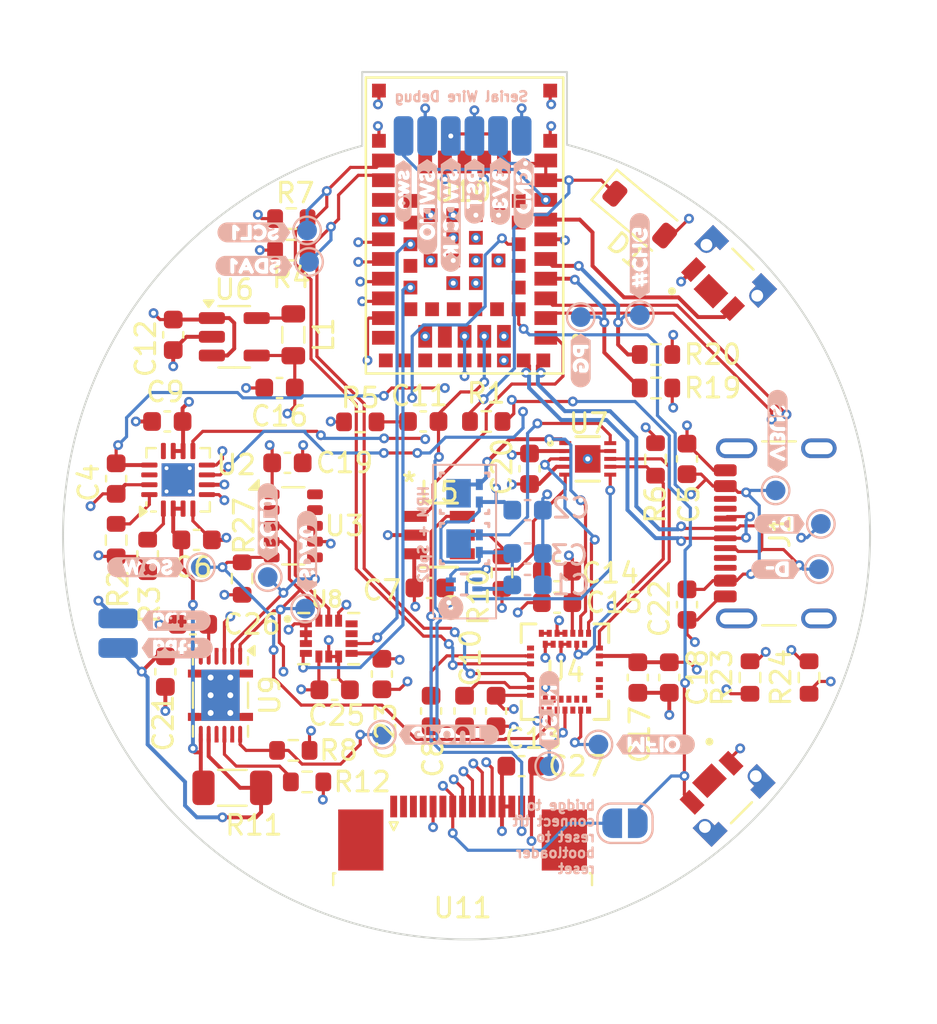
<source format=kicad_pcb>
(kicad_pcb (version 20240108) (generator "pcbnew") (generator_version "8.0")
  (layers (0 "F.Cu" signal) (1 "In1.Cu" power "+1v8") (2 "In2.Cu" power "GND") (3 "In3.Cu" power "VCC") (4 "In4.Cu" power "gnd") (31 "B.Cu" signal) (34 "B.Paste" user) (35 "F.Paste" user) (36 "B.SilkS" user "B.Silkscreen") (37 "F.SilkS" user "F.Silkscreen") (38 "B.Mask" user) (39 "F.Mask" user) (44 "Edge.Cuts" user))
  (net 0 "")
  (net 1 "GND")
  (net 2 "VCC")
  (net 3 "VBUS")
  (net 4 "-BATT")
  (net 5 "/VREF")
  (net 6 "/VCORE")
  (net 7 "/RSTN_0")
  (net 8 "RSTN")
  (net 9 "+1V8")
  (net 10 "+BATT")
  (net 11 "+3.3VA")
  (net 13 "D+")
  (net 15 "D-")
  (net 18 "#RST")
  (net 19 "/SWDCLK")
  (net 20 "/VDD_gauge")
  (net 21 "/SWO")
  (net 22 "/SW")
  (net 23 "/GREEN1")
  (net 24 "/GREEN2")
  (net 25 "/ISET")
  (net 26 "/TS")
  (net 27 "SDA1")
  (net 28 "/AFE_GPIO")
  (net 29 "SCL1")
  (net 30 "GPOUT")
  (net 31 "/Iset")
  (net 32 "/BIN")
  (net 33 "#PG")
  (net 34 "#CHG")
  (net 35 "SDA0")
  (net 36 "SCL0")
  (net 37 "SQW")
  (net 38 "BTN1")
  (net 40 "/IR")
  (net 41 "/RED")
  (net 47 "/SHORT")
  (net 49 "/LED2_DRV")
  (net 51 "MFIO")
  (net 53 "/LED3_DRV")
  (net 66 "/LEDK")
  (net 67 "TFT_BCKL")
  (net 69 "MEM_INT2")
  (net 71 "MEM_INT1")
  (net 78 "TFT_DC")
  (net 82 "#TFT_RST")
  (net 84 "TFT_MOSI")
  (net 87 "TFT_SCK")
  (net 88 "#TFT_CS")
  (net 90 "/SWDIO")
  (footprint "Resistor_SMD:R_0603_1608Metric" (layer "F.Cu") (at 112.725 76.2)
    (property "Reference" "R20")
    (property "Value" "1k")
  )
  (footprint "FAN5622:SSOT6_3X1P7_ONS" (layer "F.Cu") (at 101.6644 85.3688)
    (property "Reference" "U5")
    (property "Value" "FAN5622SX")
  )
  (footprint "Capacitor_SMD:C_0603_1608Metric" (layer "F.Cu") (at 101.3 94.3 90)
    (property "Reference" "C8")
    (property "Value" "1u")
  )
  (footprint "MAX86146CFU:21-100323A_90-100112A_MXM" (layer "F.Cu") (at 108.099999 92.304999)
    (property "Reference" "U4")
    (property "Value" "MAXM86146CFU+")
  )
  (footprint "personal_library:15p_tft_P0.5" (layer "F.Cu") (at 102.9 100.5)
    (property "Reference" "U11")
    (property "Value" "GC9A01_IPS_display_SPI" (hide yes))
  )
  (footprint "Resistor_SMD:R_0603_1608Metric" (layer "F.Cu") (at 112.7 81.525 90)
    (property "Reference" "R6")
    (property "Value" "100k")
  )
  (footprint "Capacitor_SMD:C_0603_1608Metric" (layer "F.Cu") (at 89.2 89.9 180)
    (property "Reference" "C26")
    (property "Value" "470n")
  )
  (footprint "Package_SON:Texas_S-PDSO-N12" (layer "F.Cu") (at 90.6 93.5 -90)
    (property "Reference" "U9")
    (property "Value" "BQ27441-G1")
  )
  (footprint "Resistor_SMD:R_0603_1608Metric" (layer "F.Cu") (at 117.5 92.6 90)
    (property "Reference" "R23")
    (property "Value" "4.7k")
  )
  (footprint "Capacitor_SMD:C_0603_1608Metric" (layer "F.Cu") (at 104.6 94.3 90)
    (property "Reference" "C13")
    (property "Value" "1u")
  )
  (footprint "Package_DFN_QFN:VQFN-16-1EP_3x3mm_P0.5mm_EP1.68x1.68mm_ThermalVias" (layer "F.Cu") (at 88.45 82.5625 90)
    (property "Reference" "U2")
    (property "Value" "BQ24230RGT")
  )
  (footprint "Resistor_SMD:R_0603_1608Metric" (layer "F.Cu") (at 104.9 87.275 -90)
    (property "Reference" "R10")
    (property "Value" "10k")
  )
  (footprint "Inductor_SMD:L_0805_2012Metric" (layer "F.Cu") (at 94.3 75.2 -90)
    (property "Reference" "L1")
    (property "Value" "10u")
  )
  (footprint "Resistor_SMD:R_1206_3216Metric" (layer "F.Cu") (at 91.2 98.2)
    (property "Reference" "R11")
    (property "Value" "10m")
  )
  (footprint "Capacitor_SMD:C_0603_1608Metric" (layer "F.Cu") (at 93.6 77.9 180)
    (property "Reference" "C16")
    (property "Value" "10u")
  )
  (footprint "Resistor_SMD:R_0603_1608Metric" (layer "F.Cu") (at 94.3 96.3)
    (property "Reference" "R8")
    (property "Value" "10k")
  )
  (footprint "Package_TO_SOT_SMD:SOT-23-5" (layer "F.Cu") (at 91.3 75.3)
    (property "Reference" "U6")
    (property "Value" "TPS62202DBV")
  )
  (footprint "Capacitor_SMD:C_0603_1608Metric" (layer "F.Cu") (at 113.4 92.6 -90)
    (property "Reference" "C18")
    (property "Value" "10u")
  )
  (footprint "Capacitor_SMD:C_0603_1608Metric" (layer "F.Cu") (at 107.7 88.8 180)
    (property "Reference" "C15")
    (property "Value" "100n")
  )
  (footprint "NINA-B306:XCVR_NINA-B306-00B-00" (layer "F.Cu") (at 103 69.65 180)
    (property "Reference" "U10")
    (property "Value" "NINA-B306-00B-00")
  )
  (footprint "Resistor_SMD:R_0603_1608Metric" (layer "F.Cu") (at 104.1 79.6)
    (property "Reference" "R1")
    (property "Value" "DNP")
  )
  (footprint "Capacitor_SMD:C_0603_1608Metric" (layer "F.Cu") (at 101.226161 88.052328)
    (property "Reference" "C7")
    (property "Value" "1u")
  )
  (footprint "Capacitor_SMD:C_0603_1608Metric" (layer "F.Cu") (at 87.8 92.3 90)
    (property "Reference" "C21")
    (property "Value" "1u")
  )
  (footprint "TL6340AF160Q:SW_TL6340AF160Q" (layer "F.Cu") (at 116.5 98.9 -135)
    (property "Reference" "S2" (hide yes))
    (property "Value" "TL6340AF160Q")
  )
  (footprint "Resistor_SMD:R_0603_1608Metric" (layer "F.Cu") (at 94.2 70.9)
    (property "Reference" "R4")
    (property "Value" "4.7k")
  )
  (footprint "Capacitor_SMD:C_0603_1608Metric" (layer "F.Cu") (at 94 81.7)
    (property "Reference" "C19")
    (property "Value" "100n")
  )
  (footprint "Package_SON:RTC_SMD_MicroCrystal_C3_2.5x3.7mm" (layer "F.Cu") (at 94.3 84.9)
    (property "Reference" "U3")
    (property "Value" "RV-8523-C3")
  )
  (footprint "Capacitor_SMD:C_0603_1608Metric" (layer "F.Cu") (at 114.3 88.9 -90)
    (property "Reference" "C22")
    (property "Value" "100n")
  )
  (footprint "MAX14689AETB:21-100013A_T102A2&plus_2C_MXM-L" (layer "F.Cu") (at 109.257 81.499999)
    (property "Reference" "U7")
    (property "Value" "MAX14689AETB+T")
  )
  (footprint "Capacitor_SMD:C_0603_1608Metric" (layer "F.Cu") (at 103 94.3 -90)
    (property "Reference" "C10")
    (property "Value" "1u")
  )
  (footprint "Capacitor_SMD:C_0603_1608Metric" (layer "F.Cu") (at 96.4 93.225)
    (property "Reference" "C25")
    (property "Value" "100n")
  )
  (footprint "Capacitor_SMD:C_0603_1608Metric" (layer "F.Cu") (at 111.8 92.6 -90)
    (property "Reference" "C17")
    (property "Value" "100n")
  )
  (footprint "Capacitor_SMD:C_0603_1608Metric" (layer "F.Cu") (at 89.3875 85.6125)
    (property "Reference" "C6")
    (property "Value" "4.7u")
  )
  (footprint "Connector_USB:USB_C_Receptacle_GCT_USB4105-xx-A_16P_TopMnt_Horizontal" (layer "F.Cu") (at 119.925 85.28 90)
    (property "Reference" "J1")
    (property "Value" "USB_C_Receptacle_USB2.0" (hide yes))
  )
  (footprint "Capacitor_SMD:C_0603_1608Metric" (layer "F.Cu") (at 100.9 79.6 180)
    (property "Reference" "C11")
    (property "Value" "100n")
  )
  (footprint "Diode_SMD:D_SOD-123" (layer "F.Cu") (at 111.9 69.1 -40)
    (property "Reference" "D1")
    (property "Value" "D_Schottky")
  )
  (footprint "Resistor_SMD:R_0603_1608Metric" (layer "F.Cu") (at 97.7 79.62 180)
    (property "Reference" "R5")
    (property "Value" "10")
  )
  (footprint "Resistor_SMD:R_0603_1608Metric" (layer "F.Cu") (at 86.9 86.425 -90)
    (property "Reference" "R3")
    (property "Value" "10k")
  )
  (footprint "TL6340AF160Q:SW_TL6340AF160Q" (layer "F.Cu") (at 116.576777 71.923223 -45)
    (property "Reference" "S1" (hide yes))
    (property "Value" "TL6340AF160Q")
  )
  (footprint "Resistor_SMD:R_0603_1608Metric" (layer "F.Cu") (at 95 97.9)
    (property "Reference" "R12")
    (property "Value" "10k")
  )
  (footprint "Capacitor_SMD:C_0603_1608Metric" (layer "F.Cu") (at 87.9 79.6)
    (property "Reference" "C9")
    (property "Value" "4.7u")
  )
  (footprint "Capacitor_SMD:C_0603_1608Metric" (layer "F.Cu") (at 88.2 75.2 90)
    (property "Reference" "C12")
    (property "Value" "4.7u")
  )
  (footprint "Capacitor_SMD:C_0603_1608Metric" (layer "F.Cu") (at 106.3 82 -90)
    (property "Reference" "C20")
    (property "Value" "100n")
  )
  (footprint "Capacitor_SMD:C_0603_1608Metric" (layer "F.Cu") (at 105.9 97.1 180)
    (property "Reference" "C27")
    (property "Value" "100n")
  )
  (footprint "Resistor_SMD:R_0603_1608Metric" (layer "F.Cu") (at 85.3 85.625 -90)
    (property "Reference" "R2")
    (property "Value" "4.32k")
  )
  (footprint "Resistor_SMD:R_0603_1608Metric" (layer "F.Cu") (at 120.5 92.6 90)
    (property "Reference" "R24")
    (property "Value" "4.7k")
  )
  (footprint "Capacitor_SMD:C_0603_1608Metric" (layer "F.Cu") (at 107.7 87.2 180)
    (property "Reference" "C14")
    (property "Value" "10u")
  )
  (footprint "Resistor_SMD:R_0603_1608Metric" (layer "F.Cu") (at 91.7 87.575 90)
    (property "Reference" "R27")
    (property "Value" "4.7k")
  )
  (footprint "Resistor_SMD:R_0603_1608Metric" (layer "F.Cu") (at 94.2 69.3)
    (property "Reference" "R7")
    (property "Value" "4.7k")
  )
  (footprint "Capacitor_SMD:C_0603_1608Metric" (layer "F.Cu") (at 85.3 82.5 -90)
    (property "Reference" "C4")
    (property "Value" "1u")
  )
  (footprint "Capacitor_SMD:C_0603_1608Metric" (layer "F.Cu") (at 98.8 92.425 -90)
    (property "Reference" "C23")
    (property "Value" "100n")
  )
  (footprint "Resistor_SMD:R_0603_1608Metric" (layer "F.Cu") (at 112.725 77.9)
    (property "Reference" "R19")
    (property "Value" "1k")
  )
  (footprint "Capacitor_SMD:C_0603_1608Metric" (layer "F.Cu") (at 114.3 81.5 90)
    (property "Reference" "C5")
    (property "Value" "100n")
  )
  (footprint "LSM6DSOXTR:PQFN50P250X300X86-14N" (layer "F.Cu") (at 96.1 90.625)
    (property "Reference" "U8")
    (property "Value" "LSM6DSOXTR")
  )
  (footprint "TestPoint:TestPoint_Pad_D1.0mm" (layer "B.Cu") (at 121.1 84.8 180)
    (property "Reference" "TP9" (hide yes))
    (property "Value" "TestPoint")
  )
  (footprint "TestPoint:TestPoint_Pad_D1.0mm" (layer "B.Cu") (at 95 69.9 180)
    (property "Reference" "TP1" (hide yes))
    (property "Value" "TestPoint")
  )
  (footprint "kibuzzard-6707C492" (layer "B.Cu") (at 108.9 76.5 -90)
    (property "Reference" "kibuzzard-6707C492" (hide yes))
    (property "Value" "G***" (hide yes))
  )
  (footprint "kibuzzard-6707D37A" (layer "B.Cu") (at 118.8 87.1 180)
    (property "Reference" "kibuzzard-6707D37A" (hide yes))
    (property "Value" "G***" (hide yes))
  )
  (footprint "Connector_Wire:SolderWirePad_1x01_SMD_1x2mm" (layer "B.Cu") (at 99.9 65.1 180)
    (property "Reference" "J8" (hide yes))
    (property "Value" "Conn_01x01")
  )
  (footprint "TestPoint:TestPoint_Pad_D1.0mm" (layer "B.Cu") (at 109.8 96 180)
    (property "Reference" "TP7" (hide yes))
    (property "Value" "TestPoint")
  )
  (footprint "kibuzzard-6707D367" (layer "B.Cu") (at 119 84.8 180)
    (property "Reference" "kibuzzard-6707D367" (hide yes))
    (property "Value" "G***" (hide yes))
  )
  (footprint "TestPoint:TestPoint_Pad_D1.0mm" (layer "B.Cu") (at 94.9 89.1 180)
    (property "Reference" "TP5" (hide yes))
    (property "Value" "TestPoint")
  )
  (footprint "TestPoint:TestPoint_Pad_D1.0mm" (layer "B.Cu") (at 98.8 95.5 180)
    (property "Reference" "TP11" (hide yes))
    (property "Value" "TestPoint")
  )
  (footprint "TestPoint:TestPoint_Pad_D1.0mm" (layer "B.Cu") (at 111.9 74.2 180)
    (property "Reference" "TP12" (hide yes))
    (property "Value" "TestPoint")
  )
  (footprint "kibuzzard-6701F00D" (layer "B.Cu") (at 102.3 69.1 -90)
    (property "Reference" "kibuzzard-6701F00D" (hide yes))
    (property "Value" "G***" (hide yes))
  )
  (footprint "kibuzzard-6707C4E9" (layer "B.Cu") (at 102.2 95.5)
    (property "Reference" "kibuzzard-6707C4E9" (hide yes))
    (property "Value" "G***" (hide yes))
  )
  (footprint "kibuzzard-6701F2EA" (layer "B.Cu") (at 92.3 70 180)
    (property "Reference" "kibuzzard-6701F2EA" (hide yes))
    (property "Value" "G***" (hide yes))
  )
  (footprint "kibuzzard-6707C511" (layer "B.Cu") (at 118.9 80.1 90)
    (property "Reference" "kibuzzard-6707C511" (hide yes))
    (property "Value" "G***" (hide yes))
  )
  (footprint "TestPoint:TestPoint_Pad_D1.0mm" (layer "B.Cu") (at 121 87.1 180)
    (property "Reference" "TP10" (hide yes))
    (property "Value" "TestPoint")
  )
  (footprint "TestPoint:TestPoint_Pad_D1.0mm" (layer "B.Cu") (at 95.1 71.5 180)
    (property "Reference" "TP2" (hide yes))
    (property "Value" "TestPoint")
  )
  (footprint "kibuzzard-6701C6B8" (layer "B.Cu") (at 88.346889 89.71286)
    (property "Reference" "kibuzzard-6701C6B8" (hide yes))
    (property "Value" "G***" (hide yes))
  )
  (footprint "kibuzzard-6701EF64" (layer "B.Cu") (at 99.9 67.9 -90)
    (property "Reference" "kibuzzard-6701EF64" (hide yes))
    (property "Value" "G***" (hide yes))
  )
  (footprint "TestPoint:TestPoint_Pad_D1.0mm" (layer "B.Cu") (at 118.8 83.1 90)
    (property "Reference" "TP6" (hide yes))
    (property "Value" "TestPoint")
  )
  (footprint "kibuzzard-6707C4D5" (layer "B.Cu") (at 107.3 94.3 90)
    (property "Reference" "kibuzzard-6707C4D5" (hide yes))
    (property "Value" "G***" (hide yes))
  )
  (footprint "Connector_Wire:SolderWirePad_1x01_SMD_1x2mm" (layer "B.Cu") (at 105.9 65.1 180)
    (property "Reference" "J9" (hide yes))
    (property "Value" "Conn_01x01")
  )
  (footprint "TestPoint:TestPoint_Pad_D1.0mm" (layer "B.Cu") (at 89.6 87)
    (property "Reference" "TP3" (hide yes))
    (property "Value" "TestPoint")
  )
  (footprint "kibuzzard-6701F2FC" (layer "B.Cu") (at 92.3 71.7 180)
    (property "Reference" "kibuzzard-6701F2FC" (hide yes))
    (property "Value" "G***" (hide yes))
  )
  (footprint "Capacitor_SMD:C_0603_1608Metric" (layer "B.Cu") (at 106.2 86.3 180)
    (property "Reference" "C3")
    (property "Value" "22u")
  )
  (footprint "SFH-7015:SFH 7015_OSR" (layer "B.Cu") (at 102.3 88.1 -90)
    (property "Reference" "U1" (hide yes))
    (property "Value" "SFH_7015")
  )
  (footprint "kibuzzard-6701C68B" (layer "B.Cu") (at 88.4 91.1)
    (property "Reference" "kibuzzard-6701C68B" (hide yes))
    (property "Value" "G***" (hide yes))
  )
  (footprint "Connector_Wire:SolderWirePad_1x01_SMD_1x2mm" (layer "B.Cu") (at 85.4 91.1 90)
    (property "Reference" "J3" (hide yes))
    (property "Value" "+")
  )
  (footprint "TestPoint:TestPoint_Pad_D1.0mm" (layer "B.Cu") (at 107.3 97.1)
    (property "Reference" "TP8" (hide yes))
    (property "Value" "TestPoint")
  )
  (footprint "kibuzzard-6707C4A8" (layer "B.Cu") (at 111.9 71.2 90)
    (property "Reference" "kibuzzard-6707C4A8" (hide yes))
    (property "Value" "G***" (hide yes))
  )
  (footprint "kibuzzard-6701F028" (layer "B.Cu") (at 106 68 -90)
    (property "Reference" "kibuzzard-6701F028" (hide yes))
    (property "Value" "G***" (hide yes))
  )
  (footprint "kibuzzard-6701F1DA" (layer "B.Cu") (at 86.8 87 180)
    (property "Reference" "kibuzzard-6701F1DA" (hide yes))
    (property "Value" "G***" (hide yes))
  )
  (footprint "TestPoint:TestPoint_Pad_D1.0mm" (layer "B.Cu") (at 93 87.5 180)
    (property "Reference" "TP4" (hide yes))
    (property "Value" "TestPoint")
  )
  (footprint "kibuzzard-6707C4C8" (layer "B.Cu") (at 112.7 96)
    (property "Reference" "kibuzzard-6707C4C8" (hide yes))
    (property "Value" "G***" (hide yes))
  )
  (footprint "Jumper:SolderJumper-2_P1.3mm_Open_RoundedPad1.0x1.5mm" (layer "B.Cu") (at 111.15 100)
    (property "Reference" "JP1" (hide yes))
    (property "Value" "SolderJumper_2_Open")
  )
  (footprint "Connector_Wire:SolderWirePad_1x01_SMD_1x2mm" (layer "B.Cu") (at 103.5 65.105 180)
    (property "Reference" "J5" (hide yes))
    (property "Value" "Conn_01x01")
  )
  (footprint "Capacitor_SMD:C_0603_1608Metric" (layer "B.Cu") (at 106.2 87.9 180)
    (property "Reference" "C1")
    (property "Value" "22u")
  )
  (footprint "kibuzzard-6701EFE1" (layer "B.Cu") (at 101.1 68.7 -90)
    (property "Reference" "kibuzzard-6701EFE1" (hide yes))
    (property "Value" "G***" (hide yes))
  )
  (footprint "TestPoint:TestPoint_Pad_D1.0mm" (layer "B.Cu") (at 108.9 74.3 180)
    (property "Reference" "TP13" (hide yes))
    (property "Value" "TestPoint")
  )
  (footprint "Connector_Wire:SolderWirePad_1x01_SMD_1x2mm" (layer "B.Cu") (at 101.1 65.1 180)
    (property "Reference" "J7" (hide yes))
    (property "Value" "Conn_01x01")
  )
  (footprint "kibuzzard-6701F046" (layer "B.Cu") (at 104.8 67.9 -90)
    (property "Reference" "kibuzzard-6701F046" (hide yes))
    (property "Value" "G***" (hide yes))
  )
  (footprint "Connector_Wire:SolderWirePad_1x01_SMD_1x2mm" (layer "B.Cu") (at 85.4 89.6 90)
    (property "Reference" "J4" (hide yes))
    (property "Value" "-")
  )
  (footprint "Capacitor_SMD:C_0603_1608Metric" (layer "B.Cu") (at 106.2 84.1 180)
    (property "Reference" "C2")
    (property "Value" "22u")
  )
  (footprint "kibuzzard-6701F1A2" (layer "B.Cu") (at 93 84.7 90)
    (property "Reference" "kibuzzard-6701F1A2" (hide yes))
    (property "Value" "G***" (hide yes))
  )
  (footprint "kibuzzard-6701F1B6" (layer "B.Cu") (at 95 86.2 90)
    (property "Reference" "kibuzzard-6701F1B6" (hide yes))
    (property "Value" "G***" (hide yes))
  )
  (footprint "FIREFLY E2218:CT DBLP31.12-6C5D-56-J6Q4_OSR" (layer "B.Cu") (at 103 85.8 180)
    (property "Reference" "LED2" (hide yes))
    (property "Value" "CT_DBLP31.12-6C5D-56-J6Q4")
  )
  (footprint "Connector_Wire:SolderWirePad_1x01_SMD_1x2mm" (layer "B.Cu") (at 104.7 65.1 180)
    (property "Reference" "J2" (hide yes))
    (property "Value" "Conn_01x01")
  )
  (footprint "kibuzzard-6701EFA6" (layer "B.Cu") (at 103.5 67.9 -90)
    (property "Reference" "kibuzzard-6701EFA6" (hide yes))
    (property "Value" "G***" (hide yes))
  )
  (footprint "FIREFLY E2218:CT DBLP31.12-6C5D-56-J6Q4_OSR" (layer "B.Cu") (at 103 83.2445 180)
    (property "Reference" "LED1" (hide yes))
    (property "Value" "CT_DBLP31.12-6C5D-56-J6Q4")
  )
  (footprint "Connector_Wire:SolderWirePad_1x01_SMD_1x2mm" (layer "B.Cu") (at 102.3 65.105 180)
    (property "Reference" "J6" (hide yes))
    (property "Value" "Conn_01x01")
  )
  (gr_rect (start 101.4 81.8) (end 104.6 89.6) (stroke (width 0.1)) (fill none) (layer "B.SilkS"))
  (gr_line (start 97.8 61.85575) (end 108.2 61.85575) (stroke (width 0.1)) (layer "Edge.Cuts"))
  (gr_line (start 97.8 65.6) (end 97.8 61.85575) (stroke (width 0.1)) (layer "Edge.Cuts"))
  (gr_line (start 108.2 65.54425) (end 108.2 61.85575) (stroke (width 0.1)) (layer "Edge.Cuts"))
  (gr_arc (start 108.199206 65.547341) (mid 103.203792 105.896809) (end 97.8 65.600001) (stroke (width 0.1)) (layer "Edge.Cuts"))
  (gr_text "HRM + SpO2" (at 101.2 82.8 90) (layer "B.SilkS") (effects (font (size 0.5 0.5) (thickness 0.125) (bold yes)) (justify left bottom mirror)))
  (gr_text "bridge to \nconnect tft \nreset to \nbootloader \nreset" (at 109.7 102.6 0) (layer "B.SilkS") (effects (font (size 0.5 0.5) (thickness 0.12) (bold yes)) (justify left bottom mirror)))
  (gr_text "Serial Wire Debug" (at 106.3 63.4 0) (layer "B.SilkS") (effects (font (size 0.5 0.5) (thickness 0.125) (bold yes)) (justify left bottom mirror)))
  (segment (start 94.94 89.875) (end 94.94 90.875) (width 0.16) (layer "F.Cu") (net 1))
  (segment (start 94.356174 89.875) (end 94.058435 90.172739) (width 0.16) (layer "F.Cu") (net 1))
  (segment (start 106.7942 82.775) (end 106.3 82.775) (width 0.2) (layer "F.Cu") (net 1))
  (segment (start 98.65 64.65) (end 98.6 64.6) (width 0.16) (layer "F.Cu") (net 1))
  (segment (start 104.6 95.075) (end 105.475 95.075) (width 0.16) (layer "F.Cu") (net 1))
  (segment (start 96.1 91.535) (end 96.6 91.535) (width 0.16) (layer "F.Cu") (net 1))
  (segment (start 108.099999 90.354998) (end 107.7 90.354998) (width 0.16) (layer "F.Cu") (net 1))
  (segment (start 94.775 80.825) (end 94.8 80.8) (width 0.16) (layer "F.Cu") (net 1))
  (segment (start 85.3 86.45) (end 84.45 86.45) (width 0.16) (layer "F.Cu") (net 1))
  (segment (start 88.2 75.975) (end 88.2 76.8) (width 0.2) (layer "F.Cu") (net 1))
  (segment (start 86.9 87) (end 86.35 86.45) (width 0.16) (layer "F.Cu") (net 1))
  (segment (start 114.612132 71.887868) (end 114 72.5) (width 0.2) (layer "F.Cu") (net 1))
  (segment (start 111.8 93.375) (end 113.4 93.375) (width 0.2) (layer "F.Cu") (net 1))
  (segment (start 102.001161 88.052328) (end 102.001161 88.601161) (width 0.16) (layer "F.Cu") (net 1))
  (segment (start 88.425 89.9) (end 87.5 89.9) (width 0.16) (layer "F.Cu") (net 1))
  (segment (start 89.2 84.025) (end 89.2 84.65) (width 0.16) (layer "F.Cu") (net 1))
  (segment (start 100.1 92.8) (end 99.7 93.2) (width 0.16) (layer "F.Cu") (net 1))
  (segment (start 89.2 84.65) (end 90.1625 85.6125) (width 0.16) (layer "F.Cu") (net 1))
  (segment (start 106.899999 94.600001) (end 106.7 94.8) (width 0.16) (layer "F.Cu") (net 1))
  (segment (start 106.2 88.8) (end 105.7 89.3) (width 0.16) (layer "F.Cu") (net 1))
  (segment (start 107.35 65.35) (end 107.35 64.65) (width 0.16) (layer "F.Cu") (net 1))
  (segment (start 116.02 88.48) (end 114.825 89.675) (width 0.16) (layer "F.Cu") (net 1))
  (segment (start 86.9 87.25) (end 86.9 87) (width 0.16) (layer "F.Cu") (net 1))
  (segment (start 85.7625 82.8125) (end 85.3 83.275) (width 0.2) (layer "F.Cu") (net 1))
  (segment (start 85.3 83.275) (end 84.625 83.275) (width 0.16) (layer "F.Cu") (net 1))
  (segment (start 96.1 85.7) (end 96.2 85.8) (width 0.16) (layer "F.Cu") (net 1))
  (segment (start 88.875 75.3) (end 88.2 75.975) (width 0.2) (layer "F.Cu") (net 1))
  (segment (start 116.535355 96.955456) (end 116.535355 96.664645) (width 0.16) (layer "F.Cu") (net 1))
  (segment (start 89.9125 83.3125) (end 90.5125 83.3125) (width 0.16) (layer "F.Cu") (net 1))
  (segment (start 105.425 82.775) (end 105.4 82.8) (width 0.16) (layer "F.Cu") (net 1))
  (segment (start 90.8 91.525) (end 90.8 89.8) (width 0.16) (layer "F.Cu") (net 1))
  (segment (start 92.825 77.9) (end 91.9 77.9) (width 0.16) (layer "F.Cu") (net 1))
  (segment (start 114.3 80.725) (end 114.3 79.8) (width 0.16) (layer "F.Cu") (net 1))
  (segment (start 114.3 89.675) (end 114.3 90.4) (width 0.16) (layer "F.Cu") (net 1))
  (segment (start 107.7 90.354998) (end 107.7 89.8) (width 0.16) (layer "F.Cu") (net 1))
  (segment (start 90.3875 81.8125) (end 90.4 81.8) (width 0.16) (layer "F.Cu") (net 1))
  (segment (start 112.7 80.7) (end 112.7 80.4) (width 0.16) (layer "F.Cu") (net 1))
  (segment (start 106.925 87.2) (end 106.925 88.8) (width 0.16) (layer "F.Cu") (net 1))
  (segment (start 104 66.425) (end 104 67.3) (width 0.16) (layer "F.Cu") (net 1))
  (segment (start 116.245 82.08) (end 115.655 82.08) (width 0.16) (layer "F.Cu") (net 1))
  (segment (start 94.775 81.7) (end 94.775 80.825) (width 0.16) (layer "F.Cu") (net 1))
  (segment (start 84.45 86.45) (end 84.4 86.4) (width 0.16) (layer "F.Cu") (net 1))
  (segment (start 107.35 63.45) (end 107.4 63.5) (width 0.16) (layer "F.Cu") (net 1))
  (segment (start 106.4 97.375) (end 106.675 97.1) (width 0.2) (layer "F.Cu") (net 1))
  (segment (start 99.1 85.3688) (end 100.4452 85.3688) (width 0.2) (layer "F.Cu") (net 1))
  (segment (start 116.245 88.48) (end 116.02 88.48) (width 0.16) (layer "F.Cu") (net 1))
  (segment (start 114.632233 71.887868) (end 114.612132 71.887868) (width 0.2) (layer "F.Cu") (net 1))
  (segment (start 107.7 89.8) (end 107.8 89.7) (width 0.16) (layer "F.Cu") (net 1))
  (segment (start 101.4 99.15) (end 101.4 100.2) (width 0.16) (layer "F.Cu") (net 1))
  (segment (start 99.7 93.2) (end 98.8 93.2) (width 0.16) (layer "F.Cu") (net 1))
  (segment (start 107.099999 93.7) (end 107.099999 93.100001) (width 0.16) (layer "F.Cu") (net 1))
  (segment (start 107.35 64.65) (end 107.4 64.6) (width 0.16) (layer "F.Cu") (net 1))
  (segment (start 106.4 99.15) (end 106.4 97.375) (width 0.2) (layer "F.Cu") (net 1))
  (segment (start 102 66.425) (end 102 67.3) (width 0.16) (layer "F.Cu") (net 1))
  (segment (start 90.5125 83.3125) (end 90.8 83.6) (width 0.16) (layer "F.Cu") (net 1))
  (segment (start 84.625 83.275) (end 84 83.9) (width 0.16) (layer "F.Cu") (net 1))
  (segment (start 86.9875 82.8125) (end 85.7625 82.8125) (width 0.16) (layer "F.Cu") (net 1))
  (segment (start 104.9 88.1) (end 104.9 89.07) (width 0.16) (layer "F.Cu") (net 1))
  (segment (start 95.825 97.9) (end 95.825 98.775) (width 0.16) (layer "F.Cu") (net 1))
  (segment (start 96.6 92.65) (end 97.175 93.225) (width 0.16) (layer "F.Cu") (net 1))
  (segment (start 98.65 62.8) (end 98.65 63.45) (width 0.16) (layer "F.Cu") (net 1))
  (segment (start 110.4 81.1) (end 109.656999 81.1) (width 0.16) (layer "F.Cu") (net 1))
  (segment (start 107.9 90.909998) (end 107.9 91.6) (width 0.16) (layer "F.Cu") (net 1))
  (segment (start 87.8 93.075) (end 87.8 94.3) (width 0.2) (layer "F.Cu") (net 1))
  (segment (start 114.825 89.675) (end 114.3 89.675) (width 0.16) (layer "F.Cu") (net 1))
  (segment (start 95.4 84.9) (end 95.4 85.7) (width 0.16) (layer "F.Cu") (net 1))
  (segment (start 107.669202 81.899998) (end 106.7942 82.775) (width 0.2) (layer "F.Cu") (net 1))
  (segment (start 96.1 91.535) (end 96.1 90.7) (width 0.16) (layer "F.Cu") (net 1))
  (segment (start 112.7 80.4) (end 112.2 79.9) (width 0.16) (layer "F.Cu") (net 1))
  (segment (start 90.8 89.8) (end 91.1 89.5) (width 0.16) (layer "F.Cu") (net 1))
  (segment (start 107.099999 90.909998) (end 107.099999 91.599999) (width 0.16) (layer "F.Cu") (net 1))
  (segment (start 90.1625 85.6125) (end 90.7875 85.6125) (width 0.2) (layer "F.Cu") (net 1))
  (segment (start 87.125 79.6) (end 86.3 79.6) (width 0.2) (layer "F.Cu") (net 1))
  (segment (start 89.9125 81.8125) (end 90.3875 81.8125) (width 0.16) (layer "F.Cu") (net 1))
  (segment (start 107.35 62.8) (end 107.35 63.45) (width 0.16) (layer "F.Cu") (net 1))
  (segment (start 94.94 89.875) (end 94.356174 89.875) (width 0.16) (layer "F.Cu") (net 1))
  (segment (start 102.001161 88.601161) (end 102.2 88.8) (width 0.16) (layer "F.Cu") (net 1))
  (segment (start 96.22 79.62) (end 96.2 79.6) (width 0.16) (layer "F.Cu") (net 1))
  (segment (start 90.7 81.5) (end 90.7 81.1) (width 0.16) (layer "F.Cu") (net 1))
  (segment (start 107.099999 91.599999) (end 107.1 91.6) (width 0.16) (layer "F.Cu") (net 1))
  (segment (start 98.65 63.45) (end 98.6 63.5) (width 0.16) (layer "F.Cu") (net 1))
  (segment (start 107.099999 93.100001) (end 107.1 93.1) (width 0.16) (layer "F.Cu") (net 1))
  (segment (start 109.656999 81.1) (end 109.257 81.499999) (width 0.16) (layer "F.Cu") (net 1))
  (segment (start 96.875 79.62) (end 96.22 79.62) (width 0.16) (layer "F.Cu") (net 1))
  (segment (start 95.825 98.775) (end 95.8 98.8) (width 0.16) (layer "F.Cu") (net 1))
  (segment (start 108.114 81.899998) (end 107.669202 81.899998) (width 0.2) (layer "F.Cu") (net 1))
  (segment (start 96.6 91.535) (end 96.6 92.65) (width 0.16) (layer "F.Cu") (net 1))
  (segment (start 106.3 82.775) (end 105.425 82.775) (width 0.16) (layer "F.Cu") (net 1))
  (segment (start 115.655 82.08) (end 114.3 80.725) (width 0.16) (layer "F.Cu") (net 1))
  (segment (start 107.499998 90.909998) (end 107.099999 90.909998) (width 0.16) (layer "F.Cu") (net 1))
  (segment (start 116.535355 96.664645) (end 117 96.2) (width 0.16) (layer "F.Cu") (net 1))
  (segment (start 90.1625 75.3) (end 88.875 75.3) (width 0.2) (layer "F.Cu") (net 1))
  (segment (start 106.899999 94.255) (end 106.899999 94.600001) (width 0.16) (layer "F.Cu") (net 1))
  (segment (start 86.35 86.45) (end 85.3 86.45) (width 0.16) (layer "F.Cu") (net 1))
  (segment (start 98.65 65.35) (end 98.65 64.65) (width 0.16) (layer "F.Cu") (net 1))
  (segment (start 106.4 99.15) (end 106.4 100.9) (width 0.16) (layer "F.Cu") (net 1))
  (segment (start 105.475 95.075) (end 105.5 95.1) (width 0.16) (layer "F.Cu") (net 1))
  (segment (start 107.125 70.35) (end 108.05 70.35) (width 0.2) (layer "F.Cu") (net 1))
  (segment (start 106.925 88.8) (end 106.2 88.8) (width 0.16) (layer "F.Cu") (net 1))
  (segment (start 108.299999 90.909998) (end 107.9 90.909998) (width 0.16) (layer "F.Cu") (net 1))
  (segment (start 104.6 95.075) (end 101.3 95.075) (width 0.16) (layer "F.Cu") (net 1))
  (segment (start 90.4 81.8) (end 90.7 81.5) (width 0.16) (layer "F.Cu") (net 1))
  (segment (start 95.4 85.7) (end 96.1 85.7) (width 0.16) (layer "F.Cu") (net 1))
  (segment (start 108.05 70.35) (end 108.1 70.4) (width 0.2) (layer "F.Cu") (net 1))
  (segment (start 113.4 93.375) (end 113.4 94.5) (width 0.2) (layer "F.Cu") (net 1))
  (segment (start 114.3 90.4) (end 114.7 90.8) (width 0.16) (layer "F.Cu") (net 1))
  (segment (start 90.7875 85.6125) (end 90.9 85.5) (width 0.2) (layer "F.Cu") (net 1))
  (via (at 104 67.3) (size 0.5) (drill 0.25) (layers "F.Cu" "B.Cu") (net 1))
  (via (at 102.2 88.8) (size 0.5) (drill 0.25) (layers "F.Cu" "B.Cu") (net 1))
  (via (at 106.4 100.9) (size 0.5) (drill 0.25) (layers "F.Cu" "B.Cu") (net 1))
  (via (at 107.2 83.3) (size 0.5) (drill 0.25) (layers "F.Cu" "B.Cu") (net 1))
  (via (at 105.4 82.8) (size 0.5) (drill 0.25) (layers "F.Cu" "B.Cu") (net 1))
  (via (at 105.9 63.7) (size 0.5) (drill 0.25) (layers "F.Cu" "B.Cu") (net 1))
  (via (at 104.725 69.125) (size 0.5) (drill 0.25) (layers "F.Cu" "B.Cu") (net 1))
  (via (at 104.9 89.07) (size 0.5) (drill 0.25) (layers "F.Cu" "B.Cu") (net 1))
  (via (at 107.4 64.6) (size 0.5) (drill 0.25) (layers "F.Cu" "B.Cu") (net 1))
  (via (at 91.1 89.5) (size 0.5) (drill 0.25) (layers "F.Cu" "B.Cu") (net 1))
  (via (at 114 72.5) (size 0.5) (drill 0.25) (layers "F.Cu" "B.Cu") (net 1))
  (via (at 98.6 63.5) (size 0.5) (drill 0.25) (layers "F.Cu" "B.Cu") (net 1))
  (via (at 103.575 71.425) (size 0.5) (drill 0.25) (layers "F.Cu" "B.Cu") (net 1))
  (via (at 96.2 85.8) (size 0.5) (drill 0.25) (layers "F.Cu" "B.Cu") (net 1))
  (via (at 102.425 72.575) (size 0.5) (drill 0.25) (layers "F.Cu" "B.Cu") (net 1))
  (via (at 86.3 79.6) (size 0.5) (drill 0.25) (layers "F.Cu" "B.Cu") (net 1))
  (via (at 98.6 64.6) (size 0.5) (drill 0.25) (layers "F.Cu" "B.Cu") (net 1))
  (via (at 108.1 70.4) (size 0.5) (drill 0.25) (layers "F.Cu" "B.Cu") (net 1))
  (via (at 107.8 89.7) (size 0.5) (drill 0.25) (layers "F.Cu" "B.Cu") (net 1))
  (via (at 105.7 89.3) (size 0.5) (drill 0.25) (layers "F.Cu" "B.Cu") (net 1))
  (via (at 91.9 77.9) (size 0.5) (drill 0.25) (layers "F.Cu" "B.Cu") (net 1))
  (via (at 107.1 91.6) (size 0.5) (drill 0.25) (layers "F.Cu" "B.Cu") (net 1))
  (via (at 87.5 89.9) (size 0.5) (drill 0.25) (layers "F.Cu" "B.Cu") (net 1))
  (via (at 96.2 79.6) (size 0.5) (drill 0.25) (layers "F.Cu" "B.Cu") (net 1))
  (via (at 99.1 85.3688) (size 0.5) (drill 0.25) (layers "F.Cu" "B.Cu") (net 1))
  (via (at 114.7 90.8) (size 0.5) (drill 0.25) (layers "F.Cu" "B.Cu") (net 1))
  (via (at 94.8 80.8) (size 0.5) (drill 0.25) (layers "F.Cu" "B.Cu") (net 1))
  (via (at 102.425 70.275) (size 0.5) (drill 0.25) (layers "F.Cu" "B.Cu") (net 1))
  (via (at 84.4 86.4) (size 0.5) (drill 0.25) (layers "F.Cu" "B.Cu") (net 1))
  (via (at 90.9 85.5) (size 0.5) (drill 0.25) (layers "F.Cu" "B.Cu") (net 1))
  (via (at 103.575 70.275) (size 0.5) (drill 0.25) (layers "F.Cu" "B.Cu") (net 1))
  (via (at 107.1 93.1) (size 0.5) (drill 0.25) (layers "F.Cu" "B.Cu") (net 1))
  (via (at 90.8 83.6) (size 0.5) (drill 0.25) (layers "F.Cu" "B.Cu") (net 1))
  (via (at 105 75.275) (size 0.5) (drill 0.25) (layers "F.Cu" "B.Cu") (net 1))
  (via (at 84.4 88.7) (size 0.5) (drill 0.25) (layers "F.Cu" "B.Cu") (net 1))
  (via (at 105.5 95.1) (size 0.5) (drill 0.25) (layers "F.Cu" "B.Cu") (net 1))
  (via (at 103.575 72.575) (size 0.5) (drill 0.25) (layers "F.Cu" "B.Cu") (net 1))
  (via (at 102.425 69.125) (size 0.5) (drill 0.25) (layers "F.Cu" "B.Cu") (net 1))
  (via (at 107.9 91.6) (size 0.5) (drill 0.25) (layers "F.Cu" "B.Cu") (net 1))
  (via (at 106.7 94.8) (size 0.5) (drill 0.25) (layers "F.Cu" "B.Cu") (net 1))
  (via (at 96.1 90.7) (size 0.5) (drill 0.25) (layers "F.Cu" "B.Cu") (net 1))
  (via (at 113.4 94.5) (size 0.5) (drill 0.25) (layers "F.Cu" "B.Cu") (net 1))
  (via (at 101.275 71.425) (size 0.5) (drill 0.25) (layers "F.Cu" "B.Cu") (net 1))
  (via (at 100.1 92.8) (size 0.5) (drill 0.25) (layers "F.Cu" "B.Cu") (net 1))
  (via (at 104.725 71.425) (size 0.5) (drill 0.25) (layers "F.Cu" "B.Cu") (net 1))
  (via (at 102.425 71.425) (size 0.5) (drill 0.25) (layers "F.Cu" "B.Cu") (net 1))
  (via (at 105 76.5) (size 0.5) (drill 0.25) (layers "F.Cu" "B.Cu") (net 1))
  (via (at 101.4 100.2) (size 0.5) (drill 0.25) (layers "F.Cu" "B.Cu") (net 1))
  (via (at 109.257 81.499999) (size 0.5) (drill 0.25) (layers "F.Cu" "B.Cu") (net 1))
  (via (at 114.3 79.8) (size 0.5) (drill 0.25) (layers "F.Cu" "B.Cu") (net 1))
  (via (at 90.7 81.1) (size 0.5) (drill 0.25) (layers "F.Cu" "B.Cu") (net 1))
  (via (at 117 96.2) (size 0.5) (drill 0.25) (layers "F.Cu" "B.Cu") (net 1))
  (via (at 94.058435 90.172739) (size 0.5) (drill 0.25) (layers "F.Cu" "B.Cu") (net 1))
  (via (at 88.2 76.8) (size 0.5) (drill 0.25) (layers "F.Cu" "B.Cu") (net 1))
  (via (at 87.8 94.3) (size 0.5) (drill 0.25) (layers "F.Cu" "B.Cu") (net 1))
  (via (at 102 67.3) (size 0.5) (drill 0.25) (layers "F.Cu" "B.Cu") (net 1))
  (via (at 112.2 79.9) (size 0.5) (drill 0.25) (layers "F.Cu" "B.Cu") (net 1))
  (via (at 107.4 63.5) (size 0.5) (drill 0.25) (layers "F.Cu" "B.Cu") (net 1))
  (via (at 101 75.275) (size 0.5) (drill 0.25) (layers "F.Cu" "B.Cu") (net 1))
  (via (at 103.575 69.125) (size 0.5) (drill 0.25) (layers "F.Cu" "B.Cu") (net 1))
  (via (at 101.275 69.125) (size 0.5) (drill 0.25) (layers "F.Cu" "B.Cu") (net 1))
  (via (at 95.8 98.8) (size 0.5) (drill 0.25) (layers "F.Cu" "B.Cu") (net 1))
  (via (at 84 83.9) (size 0.5) (drill 0.25) (layers "F.Cu" "B.Cu") (net 1))
  (segment (start 105.9 65.1) (end 105.9 63.7) (width 0.16) (layer "B.Cu") (net 1))
  (segment (start 106.975 84.1) (end 106.975 83.525) (width 0.16) (layer "B.Cu") (net 1))
  (segment (start 85.3 89.6) (end 84.4 88.7) (width 0.2) (layer "B.Cu") (net 1))
  (segment (start 85.4 89.6) (end 85.3 89.6) (width 0.2) (layer "B.Cu") (net 1))
  (segment (start 106.975 87.9) (end 106.975 86.3) (width 0.16) (layer "B.Cu") (net 1))
  (segment (start 106.975 83.525) (end 107.2 83.3) (width 0.16) (layer "B.Cu") (net 1))
  (segment (start 106.975 86.3) (end 106.975 84.1) (width 0.16) (layer "B.Cu") (net 1))
  (segment (start 90.0875 74.425) (end 90.1625 74.35) (width 0.2) (layer "F.Cu") (net 2))
  (segment (start 109.850001 91.504998) (end 111.479998 91.504998) (width 0.2) (layer "F.Cu") (net 2))
  (segment (start 111.479998 91.504998) (end 111.8 91.825) (width 0.2) (layer "F.Cu") (net 2))
  (segment (start 88.2 74.425) (end 90.0875 74.425) (width 0.2) (layer "F.Cu") (net 2))
  (segment (start 100.451161 88.951161) (end 100.5 89) (width 0.16) (layer "F.Cu") (net 2))
  (segment (start 88.2 74.425) (end 87.525 74.425) (width 0.16) (layer "F.Cu") (net 2))
  (segment (start 91.3 74.6) (end 91.3 75.9) (width 0.2) (layer "F.Cu") (net 2))
  (segment (start 100.451161 88.052328) (end 100.451161 88.951161) (width 0.16) (layer "F.Cu") (net 2))
  (segment (start 105.475 81.225) (end 105.4 81.3) (width 0.16) (layer "F.Cu") (net 2))
  (segment (start 100.4452 88.046367) (end 100.451161 88.052328) (width 0.2) (layer "F.Cu") (net 2))
  (segment (start 88.7 81.1) (end 88.7 79.625) (width 0.2) (layer "F.Cu") (net 2))
  (segment (start 91.3 75.9) (end 90.95 76.25) (width 0.2) (layer "F.Cu") (net 2))
  (segment (start 91.05 74.35) (end 91.3 74.6) (width 0.2) (layer "F.Cu") (net 2))
  (segment (start 88.2 81.1) (end 88.7 81.1) (width 0.2) (layer "F.Cu") (net 2))
  (segment (start 104.9 99.15) (end 104.9 97.325) (width 0.2) (layer "F.Cu") (net 2))
  (segment (start 88.675 78.925) (end 89 78.6) (width 0.2) (layer "F.Cu") (net 2))
  (segment (start 106.3 81.225) (end 105.475 81.225) (width 0.16) (layer "F.Cu") (net 2))
  (segment (start 105.4 99.15) (end 104.9 99.15) (width 0.2) (layer "F.Cu") (net 2))
  (segment (start 90.1625 74.35) (end 91.05 74.35) (width 0.2) (layer "F.Cu") (net 2))
  (segment (start 90.7875 82.8125) (end 90.8 82.8) (width 0.2) (layer "F.Cu") (net 2))
  (segment (start 106.425 81.1) (end 106.3 81.225) (width 0.2) (layer "F.Cu") (net 2))
  (segment (start 104.9 97.325) (end 105.125 97.1) (width 0.2) (layer "F.Cu") (net 2))
  (segment (start 104.9 99.15) (end 104.9 100.4) (width 0.2) (layer "F.Cu") (net 2))
  (segment (start 89.9125 82.8125) (end 90.7875 82.8125) (width 0.2) (layer "F.Cu") (net 2))
  (segment (start 87.525 74.425) (end 87.2 74.1) (width 0.16) (layer "F.Cu") (net 2))
  (segment (start 88.7 79.625) (end 88.675 79.6) (width 0.2) (layer "F.Cu") (net 2))
  (segment (start 108.114 81.1) (end 106.425 81.1) (width 0.2) (layer "F.Cu") (net 2))
  (segment (start 114.425 91.825) (end 114.8 92.2) (width 0.16) (layer "F.Cu") (net 2))
  (segment (start 100.4452 86.318801) (end 100.4452 88.046367) (width 0.2) (layer "F.Cu") (net 2))
  (segment (start 90.95 76.25) (end 90.1625 76.25) (width 0.2) (layer "F.Cu") (net 2))
  (segment (start 113.4 91.825) (end 111.8 91.825) (width 0.2) (layer "F.Cu") (net 2))
  (segment (start 113.4 91.825) (end 114.425 91.825) (width 0.16) (layer "F.Cu") (net 2))
  (segment (start 88.675 79.6) (end 88.675 78.925) (width 0.2) (layer "F.Cu") (net 2))
  (via (at 90.8 82.8) (size 0.5) (drill 0.25) (layers "F.Cu" "B.Cu") (net 2))
  (via (at 104.9 100.4) (size 0.5) (drill 0.25) (layers "F.Cu" "B.Cu") (net 2))
  (via (at 89 78.6) (size 0.5) (drill 0.25) (layers "F.Cu" "B.Cu") (net 2))
  (via (at 105.4 81.3) (size 0.5) (drill 0.25) (layers "F.Cu" "B.Cu") (net 2))
  (via (at 104.6 83) (size 0.5) (drill 0.25) (layers "F.Cu" "B.Cu") (net 2))
  (via (at 114.8 92.2) (size 0.5) (drill 0.25) (layers "F.Cu" "B.Cu") (net 2))
  (via (at 87.2 74.1) (size 0.5) (drill 0.25) (layers "F.Cu" "B.Cu") (net 2))
  (via (at 100.5 89) (size 0.5) (drill 0.25) (layers "F.Cu" "B.Cu") (net 2))
  (segment (start 105.224999 88.100001) (end 105.425 87.9) (width 0.2) (layer "B.Cu") (net 2))
  (segment (start 104.6 83.689) (end 104.6 83) (width 0.16) (layer "B.Cu") (net 2))
  (segment (start 101.8 86.6) (end 101.8 85) (width 0.16) (layer "B.Cu") (net 2))
  (segment (start 103.7493 86.2445) (end 103.7493 86.6839) (width 0.16) (layer "B.Cu") (net 2))
  (segment (start 102.1 84.7) (end 103.2 84.7) (width 0.16) (layer "B.Cu") (net 2))
  (segment (start 101.9439 86.7439) (end 101.8 86.6) (width 0.16) (layer "B.Cu") (net 2))
  (segment (start 103.6893 86.7439) (end 101.9439 86.7439) (width 0.16) (layer "B.Cu") (net 2))
  (segment (start 105.425 87.9) (end 105.425 86.3) (width 0.16) (layer "B.Cu") (net 2))
  (segment (start 103.65 88.100001) (end 105.224999 88.100001) (width 0.2) (layer "B.Cu") (net 2))
  (segment (start 105.3695 86.2445) (end 105.425 86.3) (width 0.2) (layer "B.Cu") (net 2))
  (segment (start 103.7493 84.1507) (end 103.7493 83.689) (width 0.16) (layer "B.Cu") (net 2))
  (segment (start 101.8 85) (end 102.1 84.7) (width 0.16) (layer "B.Cu") (net 2))
  (segment (start 104.6 83.689) (end 105.014 83.689) (width 0.2) (layer "B.Cu") (net 2))
  (segment (start 105.014 83.689) (end 105.425 84.1) (width 0.2) (layer "B.Cu") (net 2))
  (segment (start 103.2 84.7) (end 103.7493 84.1507) (width 0.16) (layer "B.Cu") (net 2))
  (segment (start 103.7493 83.689) (end 104.6 83.689) (width 0.2) (layer "B.Cu") (net 2))
  (segment (start 103.7493 86.2445) (end 105.3695 86.2445) (width 0.2) (layer "B.Cu") (net 2))
  (segment (start 103.7493 86.6839) (end 103.6893 86.7439) (width 0.16) (layer "B.Cu") (net 2))
  (segment (start 105.75 73.9) (end 105.75 74.65) (width 0.16) (layer "F.Cu") (net 3))
  (segment (start 116.245 87.68) (end 115.62 87.68) (width 0.16) (layer "F.Cu") (net 3))
  (segment (start 116.9 83.2) (end 117.3 83.2) (width 0.16) (layer "F.Cu") (net 3))
  (segment (start 86.9875 81.8125) (end 85.3875 81.8125) (width 0.2) (layer "F.Cu") (net 3))
  (segment (start 117.149999 87.35) (end 117.55 87.35) (width 0.16) (layer "F.Cu") (net 3))
  (segment (start 116.245 82.88) (end 115.62 82.88) (width 0.16) (layer "F.Cu") (net 3))
  (segment (start 85.3 81.725) (end 85.3 80.9) (width 0.16) (layer "F.Cu") (net 3))
  (segment (start 116.819999 87.68) (end 117.149999 87.35) (width 0.16) (layer "F.Cu") (net 3))
  (segment (start 105.75 74.65) (end 106 74.9) (width 0.16) (layer "F.Cu") (net 3))
  (segment (start 115.62 82.88) (end 115.27 82.53) (width 0.16) (layer "F.Cu") (net 3))
  (segment (start 85.3 80.9) (end 85.4 80.8) (width 0.16) (layer "F.Cu") (net 3))
  (segment (start 115.015 82.275) (end 114.3 82.275) (width 0.16) (layer "F.Cu") (net 3))
  (segment (start 85.3875 81.8125) (end 85.3 81.725) (width 0.2) (layer "F.Cu") (net 3))
  (segment (start 115.27 82.53) (end 115.015 82.275) (width 0.16) (layer "F.Cu") (net 3))
  (segment (start 85.3125 81.8125) (end 85.3 81.825) (width 0.16) (layer "F.Cu") (net 3))
  (segment (start 115.62 87.68) (end 115.175 88.125) (width 0.16) (layer "F.Cu") (net 3))
  (segment (start 115.175 88.125) (end 114.3 88.125) (width 0.16) (layer "F.Cu") (net 3))
  (segment (start 116.245 87.68) (end 116.819999 87.68) (width 0.16) (layer "F.Cu") (net 3))
  (segment (start 114.5 83.3) (end 115.27 82.53) (width 0.16) (layer "F.Cu") (net 3))
  (segment (start 99.3 77.9) (end 102 77.9) (width 0.16) (layer "F.Cu") (net 3))
  (segment (start 116.58 82.88) (end 116.9 83.2) (width 0.16) (layer "F.Cu") (net 3))
  (segment (start 116.245 82.88) (end 116.58 82.88) (width 0.16) (layer "F.Cu") (net 3))
  (segment (start 98.9 78.3) (end 99.3 77.9) (width 0.16) (layer "F.Cu") (net 3))
  (via (at 117.55 87.35) (size 0.5) (drill 0.25) (layers "F.Cu" "B.Cu") (net 3))
  (via (at 114.5 83.3) (size 0.5) (drill 0.25) (layers "F.Cu" "B.Cu") (net 3))
  (via (at 117.3 83.2) (size 0.5) (drill 0.25) (layers "F.Cu" "B.Cu") (net 3))
  (via (at 85.4 80.8) (size 0.5) (drill 0.25) (layers "F.Cu" "B.Cu") (net 3))
  (via (at 102 77.9) (size 0.5) (drill 0.25) (layers "F.Cu" "B.Cu") (net 3))
  (via (at 98.9 78.3) (size 0.5) (drill 0.25) (layers "F.Cu" "B.Cu") (net 3))
  (via (at 106 74.9) (size 0.5) (drill 0.25) (layers "F.Cu" "B.Cu") (net 3))
  (segment (start 91.735319 78.4) (end 94.7 78.4) (width 0.16) (layer "B.Cu") (net 3))
  (segment (start 85.83 79.405319) (end 85.96766 79.267659) (width 0.16) (layer "B.Cu") (net 3))
  (segment (start 118.8 83.1) (end 117.4 83.1) (width 0.16) (layer "B.Cu") (net 3))
  (segment (start 112.3 75.2) (end 106.3 75.2) (width 0.16) (layer "B.Cu") (net 3))
  (segment (start 85.83 80.37) (end 85.83 79.405319) (width 0.16) (layer "B.Cu") (net 3))
  (segment (start 117.4 83.1) (end 117.3 83.2) (width 0.16) (layer "B.Cu") (net 3))
  (segment (start 117.97 83.87) (end 117.97 86.93) (width 0.16) (layer "B.Cu") (net 3))
  (segment (start 87.105319 78.13) (end 91.465319 78.13) (width 0.16) (layer "B.Cu") (net 3))
  (segment (start 113.7 82.8) (end 113.7 80.2) (width 0.16) (layer "B.Cu") (net 3))
  (segment (start 112.8 79.3) (end 112.8 75.7) (width 0.16) (layer "B.Cu") (net 3))
  (segment (start 114.5 83.3) (end 114.2 83.3) (width 0.16) (layer "B.Cu") (net 3))
  (segment (start 85.96766 79.267659) (end 87.105319 78.13) (width 0.16) (layer "B.Cu") (net 3))
  (segment (start 113.7 80.2) (end 112.8 79.3) (width 0.16) (layer "B.Cu") (net 3))
  (segment (start 117.3 83.2) (end 117.97 83.87) (width 0.16) (layer "B.Cu") (net 3))
  (segment (start 117.97 86.93) (end 117.5 87.4) (width 0.16) (layer "B.Cu") (net 3))
  (segment (start 94.8 78.3) (end 98.9 78.3) (width 0.16) (layer "B.Cu") (net 3))
  (segment (start 91.465319 78.13) (end 91.735319 78.4) (width 0.16) (layer "B.Cu") (net 3))
  (segment (start 106.3 75.2) (end 106 74.9) (width 0.16) (layer "B.Cu") (net 3))
  (segment (start 112.8 75.7) (end 112.3 75.2) (width 0.16) (layer "B.Cu") (net 3))
  (segment (start 114.2 83.3) (end 113.7 82.8) (width 0.16) (layer "B.Cu") (net 3))
  (segment (start 94.7 78.4) (end 94.8 78.3) (width 0.16) (layer "B.Cu") (net 3))
  (segment (start 85.4 80.8) (end 85.83 80.37) (width 0.16) (layer "B.Cu") (net 3))
  (segment (start 89.2 96.2) (end 89.2 96.3) (width 0.2) (layer "F.Cu") (net 4))
  (segment (start 88.7 84.025) (end 88.2 84.025) (width 0.2) (layer "F.Cu") (net 4))
  (segment (start 88.6125 85.6125) (end 88.6125 87.0125) (width 0.2) (layer "F.Cu") (net 4))
  (segment (start 89.6 98.0625) (end 89.7375 98.2) (width 0.2) (layer "F.Cu") (net 4))
  (segment (start 89.6 95.475) (end 89.6 96.4) (width 0.2) (layer "F.Cu") (net 4))
  (segment (start 89.2 87.6) (end 89.2 88.9) (width 0.2) (layer "F.Cu") (net 4))
  (segment (start 88.2 85.2) (end 88.6125 85.6125) (width 0.2) (layer "F.Cu") (net 4))
  (segment (start 89.6 96.4) (end 89.6 98.0625) (width 0.2) (layer "F.Cu") (net 4))
  (segment (start 89.3 96.4) (end 89.6 96.4) (width 0.2) (layer "F.Cu") (net 4))
  (segment (start 88.2 84.025) (end 88.2 85.2) (width 0.2) (layer "F.Cu") (net 4))
  (segment (start 89.3 96.4) (end 89.2 96.3) (width 0.2) (layer "F.Cu") (net 4))
  (segment (start 89.1 87.5) (end 89.2 87.6) (width 0.2) (layer "F.Cu") (net 4))
  (segment (start 88.6125 87.0125) (end 89.1 87.5) (width 0.2) (layer "F.Cu") (net 4))
  (via (at 89.2 88.9) (size 0.5) (drill 0.25) (layers "F.Cu" "B.Cu") (net 4))
  (via (at 89.2 96.2) (size 0.5) (drill 0.25) (layers "F.Cu" "B.Cu") (net 4))
  (segment (start 89.2 88.9) (end 89.2 96.2) (width 0.2) (layer "B.Cu") (net 4))
  (segment (start 106.095002 91.504998) (end 106.090004 91.5) (width 0.16) (layer "F.Cu") (net 5))
  (segment (start 106.090004 91.5) (end 102.1 91.5) (width 0.16) (layer "F.Cu") (net 5))
  (segment (start 102.1 91.5) (end 101.3 92.3) (width 0.16) (layer "F.Cu") (net 5))
  (segment (start 106.349997 91.504998) (end 106.095002 91.504998) (width 0.16) (layer "F.Cu") (net 5))
  (segment (start 101.3 92.3) (end 101.3 93.525) (width 0.16) (layer "F.Cu") (net 5))
  (segment (start 103.67 92.855) (end 103 93.525) (width 0.16) (layer "F.Cu") (net 6))
  (segment (start 105.04056 92.855) (end 103.67 92.855) (width 0.16) (layer "F.Cu") (net 6))
  (segment (start 106.349997 93.105) (end 105.29056 93.105) (width 0.16) (layer "F.Cu") (net 6))
  (segment (start 105.29056 93.105) (end 105.04056 92.855) (width 0.16) (layer "F.Cu") (net 6))
  (segment (start 100.105 79.62) (end 100.125 79.6) (width 0.16) (layer "F.Cu") (net 7))
  (segment (start 98.525 79.62) (end 100.105 79.62) (width 0.16) (layer "F.Cu") (net 7))
  (segment (start 108.099999 95.300001) (end 108.099999 94.255) (width 0.16) (layer "F.Cu") (net 8))
  (segment (start 101.675 79.225) (end 101.9 79) (width 0.16) (layer "F.Cu") (net 8))
  (segment (start 101.9 79) (end 102.8 78.1) (width 0.16) (layer "F.Cu") (net 8))
  (segment (start 103.5 78.1) (end 104 77.6) (width 0.16) (layer "F.Cu") (net 8))
  (segment (start 108 95.4) (end 108.099999 95.300001) (width 0.16) (layer "F.Cu") (net 8))
  (segment (start 101.675 79.6) (end 101.675 81.375) (width 0.16) (layer "F.Cu") (net 8))
  (segment (start 101.675 81.375) (end 101.7 81.4) (width 0.16) (layer "F.Cu") (net 8))
  (segment (start 101.675 79.6) (end 101.675 79.225) (width 0.16) (layer "F.Cu") (net 8))
  (segment (start 102.8 78.1) (end 103.2 78.1) (width 0.16) (layer "F.Cu") (net 8))
  (segment (start 103.2 78.1) (end 103.5 78.1) (width 0.16) (layer "F.Cu") (net 8))
  (via (at 104 77.6) (size 0.5) (drill 0.25) (layers "F.Cu" "B.Cu") (net 8))
  (via (at 104 75.275) (size 0.5) (drill 0.25) (layers "F.Cu" "B.Cu") (net 8))
  (via (at 101.7 81.4) (size 0.5) (drill 0.25) (layers "F.Cu" "B.Cu") (net 8))
  (via (at 108 95.4) (size 0.5) (drill 0.25) (layers "F.Cu" "B.Cu") (net 8))
  (segment (start 102 96.1) (end 107.3 96.1) (width 0.16) (layer "B.Cu") (net 8))
  (segment (start 101.6 95.7) (end 102 96.1) (width 0.16) (layer "B.Cu") (net 8))
  (segment (start 107.3 96.1) (end 108 95.4) (width 0.16) (layer "B.Cu") (net 8))
  (segment (start 101.77 89.694681) (end 101.6 89.864681) (width 0.16) (layer "B.Cu") (net 8))
  (segment (start 101.6 89.864681) (end 101.6 95.7) (width 0.16) (layer "B.Cu") (net 8))
  (segment (start 101.5 81.6) (end 101.5 89.035319) (width 0.16) (layer "B.Cu") (net 8))
  (segment (start 101.7 81.4) (end 101.5 81.6) (width 0.16) (layer "B.Cu") (net 8))
  (segment (start 107.3 97.1) (end 107.3 96.1) (width 0.16) (layer "B.Cu") (net 8))
  (segment (start 101.77 89.305319) (end 101.77 89.694681) (width 0.16) (layer "B.Cu") (net 8))
  (segment (start 101.5 89.035319) (end 101.77 89.305319) (width 0.16) (layer "B.Cu") (net 8))
  (segment (start 104 77.6) (end 104 75.275) (width 0.16) (layer "B.Cu") (net 8))
  (segment (start 104.6 93.525) (end 104.6 93.8) (width 0.16) (layer "F.Cu") (net 9))
  (segment (start 92.7 69.3) (end 92.5 69.1) (width 0.16) (layer "F.Cu") (net 9))
  (segment (start 113.55 76.2) (end 113.55 75.25) (width 0.16) (layer "F.Cu") (net 9))
  (segment (start 94.375 77.9) (end 94.375 76.3375) (width 0.16) (layer "F.Cu") (net 9))
  (segment (start 94.2875 76.25) (end 94.3 76.2625) (width 0.16) (layer "F.Cu") (net 9))
  (segment (start 93.375 70.9) (end 92.6 70.9) (width 0.16) (layer "F.Cu") (net 9))
  (segment (start 106.349997 93.504999) (end 104.620001 93.504999) (width 0.16) (layer "F.Cu") (net 9))
  (segment (start 95.625 93.225) (end 94.725 93.225) (width 0.16) (layer "F.Cu") (net 9))
  (segment (start 94.375 77.9) (end 94.375 78.825) (width 0.16) (layer "F.Cu") (net 9))
  (segment (start 104.6 93.8) (end 104.8 94) (width 0.16) (layer "F.Cu") (net 9))
  (segment (start 108.475 86.575) (end 108.3 86.4) (width 0.16) (layer "F.Cu") (net 9))
  (segment (start 97.26 91.375) (end 98.525 91.375) (width 0.2) (layer "F.Cu") (net 9))
  (segment (start 113.55 75.25) (end 113.6 75.2) (width 0.16) (layer "F.Cu") (net 9))
  (segment (start 113.55 78.85) (end 113.6 78.9) (width 0.16) (layer "F.Cu") (net 9))
  (segment (start 94.375 78.825) (end 94 79.2) (width 0.16) (layer "F.Cu") (net 9))
  (segment (start 117.5 93.425) (end 116.525 93.425) (width 0.16) (layer "F.Cu") (net 9))
  (segment (start 95.125 96.3) (end 95.125 95.375) (width 0.16) (layer "F.Cu") (net 9))
  (segment (start 113.163973 70.160599) (end 113.539401 70.160599) (width 0.16) (layer "F.Cu") (net 9))
  (segment (start 93.225 81.7) (end 93.225 83.275) (width 0.16) (layer "F.Cu") (net 9))
  (segment (start 94.725 93.225) (end 94.7 93.2) (width 0.16) (layer "F.Cu") (net 9))
  (segment (start 91.7 88.4) (end 90.8 88.4) (width 0.16) (layer "F.Cu") (net 9))
  (segment (start 92.4375 76.25) (end 94.2875 76.25) (width 0.16) (layer "F.Cu") (net 9))
  (segment (start 94.375 76.3375) (end 94.3 76.2625) (width 0.16) (layer "F.Cu") (net 9))
  (segment (start 93.375 69.3) (end 92.7 69.3) (width 0.16) (layer "F.Cu") (net 9))
  (segment (start 96.6 89.3) (end 97 88.9) (width 0.16) (layer "F.Cu") (net 9))
  (segment (start 120.5 93.3) (end 120.6 93.2) (width 0.16) (layer "F.Cu") (net 9))
  (segment (start 120.5 93.425) (end 120.5 93.3) (width 0.16) (layer "F.Cu") (net 9))
  (segment (start 105 94.2) (end 105.5 94.2) (width 0.16) (layer "F.Cu") (net 9))
  (segment (start 108.475 87.2) (end 108.475 86.575) (width 0.16) (layer "F.Cu") (net 9))
  (segment (start 98.525 91.375) (end 98.8 91.65) (width 0.2) (layer "F.Cu") (net 9))
  (segment (start 104.620001 93.504999) (end 104.6 93.525) (width 0.16) (layer "F.Cu") (net 9))
  (segment (start 95.6 91.535) (end 95.6 93.2) (width 0.16) (layer "F.Cu") (net 9))
  (segment (start 108.475 90.33) (end 108.499998 90.354998) (width 0.16) (layer "F.Cu") (net 9))
  (segment (start 120.5 93.3) (end 121 92.8) (width 0.16) (layer "F.Cu") (net 9))
  (segment (start 116.525 93.425) (end 116.3 93.2) (width 0.16) (layer "F.Cu") (net 9))
  (segment (start 93.225 81.7) (end 93.225 80.925) (width 0.16) (layer "F.Cu") (net 9))
  (segment (start 113.539401 70.160599) (end 114.4 69.3) (width 0.16) (layer "F.Cu") (net 9))
  (segment (start 113.55 77.9) (end 113.55 78.85) (width 0.16) (layer "F.Cu") (net 9))
  (segment (start 98.8 91.65) (end 99.65 91.65) (width 0.16) (layer "F.Cu") (net 9))
  (segment (start 108.475 87.2) (end 108.475 88.8) (width 0.16) (layer "F.Cu") (net 9))
  (segment (start 95.125 95.375) (end 95.2 95.3) (width 0.16) (layer "F.Cu") (net 9))
  (segment (start 93.225 80.925) (end 93.1 80.8) (width 0.16) (layer "F.Cu") (net 9))
  (segment (start 94.3 77.693411) (end 94.286612 77.706799) (width 0.16) (layer "F.Cu") (net 9))
  (segment (start 99.65 91.65) (end 99.7 91.7) (width 0.16) (layer "F.Cu") (net 9))
  (segment (start 95.6 93.2) (end 95.625 93.225) (width 0.16) (layer "F.Cu") (net 9))
  (segment (start 98.425 91.375) (end 98.7 91.65) (width 0.16) (layer "F.Cu") (net 9))
  (segment (start 104.8 94) (end 105 94.2) (width 0.16) (layer "F.Cu") (net 9))
  (segment (start 96.6 89.715) (end 96.6 89.3) (width 0.16) (layer "F.Cu") (net 9))
  (segment (start 93.225 83.275) (end 93.2 83.3) (width 0.16) (layer "F.Cu") (net 9))
  (segment (start 121 92.8) (end 121.6 92.8) (width 0.16) (layer "F.Cu") (net 9))
  (segment (start 108.475 88.8) (end 108.475 90.33) (width 0.16) (layer "F.Cu") (net 9))
  (via (at 97 88.9) (size 0.5) (drill 0.25) (layers "F.Cu" "B.Cu") (net 9))
  (via (at 92.6 70.9) (size 0.5) (drill 0.25) (layers "F.Cu" "B.Cu") (net 9))
  (via (at 113.6 75.2) (size 0.5) (drill 0.25) (layers "F.Cu" "B.Cu") (net 9))
  (via (at 95.2 95.3) (size 0.5) (drill 0.25) (layers "F.Cu" "B.Cu") (net 9))
  (via (at 116.3 93.2) (size 0.5) (drill 0.25) (layers "F.Cu" "B.Cu") (net 9))
  (via (at 94.7 93.2) (size 0.5) (drill 0.25) (layers "F.Cu" "B.Cu") (net 9))
  (via (at 114.4 69.3) (size 0.5) (drill 0.25) (layers "F.Cu" "B.Cu") (net 9))
  (via (at 99.7 91.7) (size 0.5) (drill 0.25) (layers "F.Cu" "B.Cu") (net 9))
  (via (at 90.8 88.4) (size 0.5) (drill 0.25) (layers "F.Cu" "B.Cu") (net 9))
  (via (at 92.5 69.1) (size 0.5) (drill 0.25) (layers "F.Cu" "B.Cu") (net 9))
  (via (at 108.3 86.4) (size 0.5) (drill 0.25) (layers "F.Cu" "B.Cu") (net 9))
  (via (at 93.1 80.8) (size 0.5) (drill 0.25) (layers "F.Cu" "B.Cu") (net 9))
  (via (at 121.6 92.8) (size 0.5) (drill 0.25) (layers "F.Cu" "B.Cu") (net 9))
  (via (at 94 79.2) (size 0.5) (drill 0.25) (layers "F.Cu" "B.Cu") (net 9))
  (via (at 113.6 78.9) (size 0.5) (drill 0.25) (layers "F.Cu" "B.Cu") (net 9))
  (via (at 105.5 94.2) (size 0.5) (drill 0.25) (layers "F.Cu" "B.Cu") (net 9))
  (segment (start 92.6625 99.4375) (end 92.6625 98.2) (width 0.2) (layer "F.Cu") (net 10))
  (segment (start 90 95.475) (end 90 96.6) (width 0.2) (layer "F.Cu") (net 10))
  (segment (start 87.375 91.525) (end 86.6 92.3) (width 0.2) (layer "F.Cu") (net 10))
  (segment (start 87.8 91.525) (end 87.375 91.525) (width 0.2) (layer "F.Cu") (net 10))
  (segment (start 90 96.6) (end 91.6 98.2) (width 0.2) (layer "F.Cu") (net 10))
  (segment (start 91.6 98.2) (end 92.6625 98.2) (width 0.2) (layer "F.Cu") (net 10))
  (segment (start 92.4 99.7) (end 92.6625 99.4375) (width 0.2) (layer "F.Cu") (net 10))
  (segment (start 90.7 99.7) (end 92.4 99.7) (width 0.2) (layer "F.Cu") (net 10))
  (segment (start 89.6 91.525) (end 87.8 91.525) (width 0.2) (layer "F.Cu") (net 10))
  (via (at 86.6 92.3) (size 0.5) (drill 0.25) (layers "F.Cu" "B.Cu") (net 10))
  (via (at 90.7 99.7) (size 0.5) (drill 0.25) (layers "F.Cu" "B.Cu") (net 10))
  (segment (start 90.7 99.7) (end 89.4 99.7) (width 0.2) (layer "B.Cu") (net 10))
  (segment (start 88.8 97.9) (end 86.9 96) (width 0.2) (layer "B.Cu") (net 10))
  (segment (start 85.4 91.1) (end 86.6 92.3) (width 0.2) (layer "B.Cu") (net 10))
  (segment (start 89.4 99.7) (end 88.8 99.1) (width 0.2) (layer "B.Cu") (net 10))
  (segment (start 88.8 99.1) (end 88.8 97.9) (width 0.2) (layer "B.Cu") (net 10))
  (segment (start 86.9 96) (end 86.9 92.6) (width 0.2) (layer "B.Cu") (net 10))
  (segment (start 86.9 92.6) (end 86.6 92.3) (width 0.2) (layer "B.Cu") (net 10))
  (segment (start 103.275 79.6) (end 103.275 79.160321) (width 0.16) (layer "F.Cu") (net 11))
  (segment (start 106.1 66.5) (end 106.975 66.5) (width 0.16) (layer "F.Cu") (net 11))
  (segment (start 108.3 67.35) (end 107.125 67.35) (width 0.16) (layer "F.Cu") (net 11))
  (segment (start 107.125 66.35) (end 107.125 67.35) (width 0.16) (layer "F.Cu") (net 11))
  (segment (start 110.636027 68.039401) (end 109.946626 67.35) (width 0.16) (layer "F.Cu") (net 11))
  (segment (start 103.275 79.160321) (end 103.97 78.465321) (width 0.16) (layer "F.Cu") (net 11))
  (segment (start 109.946626 67.35) (end 108.3 67.35) (width 0.16) (layer "F.Cu") (net 11))
  (segment (start 106.975 66.5) (end 107.125 66.35) (width 0.16) (layer "F.Cu") (net 11))
  (via (at 108.3 67.35) (size 0.5) (drill 0.25) (layers "F.Cu" "B.Cu") (net 11))
  (via (at 103.97 78.465321) (size 0.5) (drill 0.25) (layers "F.Cu" "B.Cu") (net 11))
  (via (at 106.1 66.5) (size 0.5) (drill 0.25) (layers "F.Cu" "B.Cu") (net 11))
  (segment (start 105.53 74.23) (end 105.5 74.2) (width 0.16) (layer "B.Cu") (net 11))
  (segment (start 104.7 66) (end 105 66.3) (width 0.16) (layer "B.Cu") (net 11))
  (segment (start 106.2 69.1) (end 107.2 69.1) (width 0.16) (layer "B.Cu") (net 11))
  (segment (start 107.2 69.1) (end 108.3 68) (width 0.16) (layer "B.Cu") (net 11))
  (segment (start 103.97 78.465321) (end 105.53 76.905321) (width 0.16) (layer "B.Cu") (net 11))
  (segment (start 104.7 65.1) (end 104.7 66) (width 0.16) (layer "B.Cu") (net 11))
  (segment (start 105.2 66.5) (end 106.1 66.5) (width 0.16) (layer "B.Cu") (net 11))
  (segment (start 105.5 74.2) (end 105.5 69.8) (width 0.16) (layer "B.Cu") (net 11))
  (segment (start 105.5 69.8) (end 106.2 69.1) (width 0.16) (layer "B.Cu") (net 11))
  (segment (start 105 66.3) (end 105.2 66.5) (width 0.16) (layer "B.Cu") (net 11))
  (segment (start 105.53 76.905321) (end 105.53 74.23) (width 0.16) (layer "B.Cu") (net 11))
  (segment (start 108.3 68) (end 108.3 67.35) (width 0.16) (layer "B.Cu") (net 11))
  (segment (start 116.345 84.43) (end 116.245 84.53) (width 0.16) (layer "F.Cu") (net 13))
  (segment (start 117.5 84.43) (end 116.345 84.43) (width 0.16) (layer "F.Cu") (net 13))
  (segment (start 106 76.5) (end 106.274999 76.774999) (width 0.2) (layer "F.Cu") (net 13))
  (segment (start 114.145 85.53) (end 114 85.675) (width 0.16) (layer "F.Cu") (net 13))
  (segment (start 117.27 85.53) (end 117.3 85.5) (width 0.16) (layer "F.Cu") (net 13))
  (segment (start 106.274999 76.774999) (end 106.274999 76.974065) (width 0.2) (layer "F.Cu") (net 13))
  (segment (start 106.274999 76.974065) (end 106.125 77.124064) (width 0.2) (layer "F.Cu") (net 13))
  (segment (start 116.245 85.53) (end 117.27 85.53) (width 0.16) (layer "F.Cu") (net 13))
  (segment (start 116.245 85.53) (end 114.145 85.53) (width 0.16) (layer "F.Cu") (net 13))
  (via (at 106.125 77.124064) (size 0.5) (drill 0.25) (layers "F.Cu" "B.Cu") (net 13))
  (via (at 117.3 85.5) (size 0.5) (drill 0.25) (layers "F.Cu" "B.Cu") (net 13))
  (via (at 114 85.675) (size 0.5) (drill 0.25) (layers "F.Cu" "B.Cu") (net 13))
  (via (at 117.5 84.43) (size 0.5) (drill 0.25) (layers "F.Cu" "B.Cu") (net 13))
  (via (at 120.1 85.5) (size 0.5) (drill 0.25) (layers "F.Cu" "B.Cu") (net 13))
  (segment (start 113.850001 85.525001) (end 114 85.675) (width 0.2) (layer "B.Cu") (net 13))
  (segment (start 112.706801 85.525001) (end 113.850001 85.525001) (width 0.2) (layer "B.Cu") (net 13))
  (segment (start 106.125 77.124064) (end 106.274999 77.274063) (width 0.2) (layer "B.Cu") (net 13))
  (segment (start 120.1 85.5) (end 120.4 85.5) (width 0.16) (layer "B.Cu") (net 13))
  (segment (start 106.274999 77.893199) (end 107.9068 79.525) (width 0.2) (layer "B.Cu") (net 13))
  (segment (start 107.9068 79.525) (end 110.2068 79.525) (width 0.2) (layer "B.Cu") (net 13))
  (segment (start 117.3 84.63) (end 117.5 84.43) (width 0.16) (layer "B.Cu") (net 13))
  (segment (start 111.275 80.5932) (end 111.275 84.0932) (width 0.2) (layer "B.Cu") (net 13))
  (segment (start 120.4 85.5) (end 121.1 84.8) (width 0.16) (layer "B.Cu") (net 13))
  (segment (start 111.275 84.0932) (end 112.706801 85.525001) (width 0.2) (layer "B.Cu") (net 13))
  (segment (start 117.3 85.5) (end 117.3 84.63) (width 0.16) (layer "B.Cu") (net 13))
  (segment (start 110.2068 79.525) (end 111.275 80.5932) (width 0.2) (layer "B.Cu") (net 13))
  (segment (start 120 85.5) (end 120.1 85.5) (width 0.16) (layer "B.Cu") (net 13))
  (segment (start 106.274999 77.274063) (end 106.274999 77.893199) (width 0.2) (layer "B.Cu") (net 13))
  (segment (start 119.2 86.1) (end 118.1 86.1) (width 0.16) (layer "F.Cu") (net 15))
  (segment (start 117.9 84.9) (end 118.1 85.1) (width 0.16) (layer "F.Cu") (net 15))
  (segment (start 116.73 86.03) (end 116.9 86.2) (width 0.16) (layer "F.Cu") (net 15))
  (segment (start 117 84.9) (end 117.9 84.9) (width 0.16) (layer "F.Cu") (net 15))
  (segment (start 116.245 85.03) (end 116.87 85.03) (width 0.16) (layer "F.Cu") (net 15))
  (segment (start 106.725001 76.774999) (end 106.725001 76.974065) (width 0.2) (layer "F.Cu") (net 15))
  (segment (start 116.87 85.03) (end 117 84.9) (width 0.16) (layer "F.Cu") (net 15))
  (segment (start 114.105 85.03) (end 114 84.925) (width 0.16) (layer "F.Cu") (net 15))
  (segment (start 116.245 86.03) (end 116.73 86.03) (width 0.16) (layer "F.Cu") (net 15))
  (segment (start 120 86.9) (end 119.2 86.1) (width 0.16) (layer "F.Cu") (net 15))
  (segment (start 118 86.2) (end 118.1 86.1) (width 0.16) (layer "F.Cu") (net 15))
  (segment (start 106.725001 76.974065) (end 106.875 77.124064) (width 0.2) (layer "F.Cu") (net 15))
  (segment (start 118.1 85.1) (end 118.1 86.1) (width 0.16) (layer "F.Cu") (net 15))
  (segment (start 116.245 85.03) (end 114.105 85.03) (width 0.16) (layer "F.Cu") (net 15))
  (segment (start 116.9 86.2) (end 118 86.2) (width 0.16) (layer "F.Cu") (net 15))
  (segment (start 107 76.5) (end 106.725001 76.774999) (width 0.2) (layer "F.Cu") (net 15))
  (via (at 120 86.9) (size 0.5) (drill 0.25) (layers "F.Cu" "B.Cu") (net 15))
  (via (at 106.875 77.124064) (size 0.5) (drill 0.25) (layers "F.Cu" "B.Cu") (net 15))
  (via (at 114 84.925) (size 0.5) (drill 0.25) (layers "F.Cu" "B.Cu") (net 15))
  (segment (start 121 87.1) (end 120.2 87.1) (width 0.16) (layer "B.Cu") (net 15))
  (segment (start 120.2 87.1) (end 120 86.9) (width 0.16) (layer "B.Cu") (net 15))
  (segment (start 106.875 77.124064) (end 106.725001 77.274063) (width 0.2) (layer "B.Cu") (net 15))
  (segment (start 106.725001 77.274063) (end 106.725001 77.706801) (width 0.2) (layer "B.Cu") (net 15))
  (segment (start 111.725 83.9068) (end 112.893199 85.074999) (width 0.2) (layer "B.Cu") (net 15))
  (segment (start 110.3932 79.075) (end 111.725 80.4068) (width 0.2) (layer "B.Cu") (net 15))
  (segment (start 113.850001 85.074999) (end 114 84.925) (width 0.2) (layer "B.Cu") (net 15))
  (segment (start 111.725 80.4068) (end 111.725 83.9068) (width 0.2) (layer "B.Cu") (net 15))
  (segment (start 112.893199 85.074999) (end 113.850001 85.074999) (width 0.2) (layer "B.Cu") (net 15))
  (segment (start 106.725001 77.706801) (end 108.0932 79.075) (width 0.2) (layer "B.Cu") (net 15))
  (segment (start 108.0932 79.075) (end 110.3932 79.075) (width 0.2) (layer "B.Cu") (net 15))
  (segment (start 104.925 79.6) (end 105.1 79.6) (width 0.16) (layer "F.Cu") (net 18))
  (segment (start 108.5 78.585) (end 105.485 78.585) (width 0.16) (layer "F.Cu") (net 18))
  (segment (start 114.555456 98.935355) (end 114.166547 98.546446) (width 0.16) (layer "F.Cu") (net 18))
  (segment (start 105.5 78.6) (end 105.4 78.5) (width 0.16) (layer "F.Cu") (net 18))
  (segment (start 105.1 79.6) (end 105.5 79.2) (width 0.16) (layer "F.Cu") (net 18))
  (segment (start 114.166547 97.6) (end 114.166547 92.906578) (width 0.16) (layer "F.Cu") (net 18))
  (segment (start 105.5 79.2) (end 105.5 78.6) (width 0.16) (layer "F.Cu") (net 18))
  (segment (start 105.485 78.585) (end 105.4 78.5) (width 0.16) (layer "F.Cu") (net 18))
  (segment (start 114.166547 92.906578) (end 114.201953 92.871172) (width 0.16) (layer "F.Cu") (net 18))
  (segment (start 114.166547 98.546446) (end 114.166547 97.6) (width 0.16) (layer "F.Cu") (net 18))
  (via (at 108.5 78.585) (size 0.5) (drill 0.25) (layers "F.Cu" "B.Cu") (net 18))
  (via (at 114.166547 97.6) (size 0.5) (drill 0.25) (layers "F.Cu" "B.Cu") (net 18))
  (via (at 114.201953 92.871172) (size 0.5) (drill 0.25) (layers "F.Cu" "B.Cu") (net 18))
  (via (at 98.875 69.35) (size 0.5) (drill 0.25) (layers "F.Cu" "B.Cu") (net 18))
  (via (at 103.5 63.8) (size 0.5) (drill 0.25) (layers "F.Cu" "B.Cu") (net 18))
  (via (at 105.4 78.5) (size 0.5) (drill 0.25) (layers "F.Cu" "B.Cu") (net 18))
  (segment (start 113.4 82.924264) (end 113.4 80.5) (width 0.16) (layer "B.Cu") (net 18))
  (segment (start 111.660736 78.585) (end 108.5 78.585) (width 0.16) (layer "B.Cu") (net 18))
  (segment (start 111.8 99.3) (end 113.5 97.6) (width 0.16) (layer "B.Cu") (net 18))
  (segment (start 113.5 97.6) (end 114.166547 97.6) (width 0.16) (layer "B.Cu") (net 18))
  (segment (start 113.4 80.5) (end 113.4 80.324264) (width 0.16) (layer "B.Cu") (net 18))
  (segment (start 114.47 83.994264) (end 113.4 82.924264) (width 0.16) (layer "B.Cu") (net 18))
  (segment (start 114.47 85.869681) (end 114.47 83.994264) (width 0.16) (layer "B.Cu") (net 18))
  (segment (start 114.201953 92.871172) (end 114.201953 86.137728) (width 0.16) (layer "B.Cu") (net 18))
  (segment (start 111.8 100) (end 111.8 99.3) (width 0.16) (layer "B.Cu") (net 18))
  (segment (start 114.201953 86.137728) (end 114.47 85.869681) (width 0.16) (layer "B.Cu") (net 18))
  (segment (start 113.4 80.324264) (end 111.660736 78.585) (width 0.16) (layer "B.Cu") (net 18))
  (segment (start 103.5 65.105) (end 103.5 63.8) (width 0.16) (layer "B.Cu") (net 18))
  (segment (start 104.5 65) (end 102.405 65) (width 0.16) (layer "F.Cu") (net 19))
  (segment (start 105 65.5) (end 104.5 65) (width 0.16) (layer "F.Cu") (net 19))
  (segment (start 102.405 65) (end 102.3 65.105) (width 0.16) (layer "F.Cu") (net 19))
  (segment (start 105 66.425) (end 105 65.5) (width 0.16) (layer "F.Cu") (net 19))
  (via (at 102.3 65.105) (size 0.5) (drill 0.25) (layers "F.Cu" "B.Cu") (net 19))
  (segment (start 90 89.925) (end 89.975 89.9) (width 0.16) (layer "F.Cu") (net 20))
  (segment (start 90 91.525) (end 90 89.925) (width 0.16) (layer "F.Cu") (net 20))
  (via (at 107.125 68.35) (size 0.5) (drill 0.25) (layers "F.Cu" "B.Cu") (net 21))
  (segment (start 99.9 66.1) (end 100.6 66.8) (width 0.16) (layer "B.Cu") (net 21))
  (segment (start 105.575 66.8) (end 107.125 68.35) (width 0.16) (layer "B.Cu") (net 21))
  (segment (start 100.6 66.8) (end 105.575 66.8) (width 0.16) (layer "B.Cu") (net 21))
  (segment (start 99.9 65.1) (end 99.9 66.1) (width 0.16) (layer "B.Cu") (net 21))
  (segment (start 92.4375 74.35) (end 94.0875 74.35) (width 0.16) (layer "F.Cu") (net 22))
  (segment (start 94.0875 74.35) (end 94.3 74.1375) (width 0.16) (layer "F.Cu") (net 22))
  (segment (start 108.114 80.699998) (end 107.914002 80.5) (width 0.2) (layer "F.Cu") (net 23))
  (segment (start 105.7 80.5) (end 105.3 80.5) (width 0.2) (layer "F.Cu") (net 23))
  (segment (start 104.15 81.65) (end 104.1 81.7) (width 0.2) (layer "F.Cu") (net 23))
  (segment (start 107.914002 80.5) (end 107.3 80.5) (width 0.2) (layer "F.Cu") (net 23))
  (segment (start 107.3 80.5) (end 105.7 80.5) (width 0.2) (layer "F.Cu") (net 23))
  (segment (start 109.145 89.24056) (end 109.145 83.845) (width 0.16) (layer "F.Cu") (net 23))
  (segment (start 108.9 90.354998) (end 108.9 89.48556) (width 0.16) (layer "F.Cu") (net 23))
  (segment (start 105.3 80.5) (end 104.15 81.65) (width 0.2) (layer "F.Cu") (net 23))
  (segment (start 109.145 83.845) (end 108.9 83.6) (width 0.16) (layer "F.Cu") (net 23))
  (segment (start 108.9 89.48556) (end 109.145 89.24056) (width 0.16) (layer "F.Cu") (net 23))
  (via (at 107.3 80.5) (size 0.5) (drill 0.25) (layers "F.Cu" "B.Cu") (net 23))
  (via (at 104.15 81.65) (size 0.5) (drill 0.25) (layers "F.Cu" "B.Cu") (net 23))
  (via (at 108.9 83.6) (size 0.5) (drill 0.25) (layers "F.Cu" "B.Cu") (net 23))
  (segment (start 108.4 83.1) (end 108.4 80.8) (width 0.16) (layer "B.Cu") (net 23))
  (segment (start 108.4 80.8) (end 108.1 80.5) (width 0.16) (layer "B.Cu") (net 23))
  (segment (start 104.1 82.4493) (end 103.7493 82.8) (width 0.2) (layer "B.Cu") (net 23))
  (segment (start 104.1 81.7) (end 104.1 82.4493) (width 0.2) (layer "B.Cu") (net 23))
  (segment (start 108.9 83.6) (end 108.4 83.1) (width 0.16) (layer "B.Cu") (net 23))
  (segment (start 103.1397 82.8) (end 102.6952 83.2445) (width 0.2) (layer "B.Cu") (net 23))
  (segment (start 108.1 80.5) (end 107.3 80.5) (width 0.16) (layer "B.Cu") (net 23))
  (segment (start 103.7493 82.8) (end 103.1397 82.8) (width 0.2) (layer "B.Cu") (net 23))
  (segment (start 110.4 80.3) (end 110.4 80.699998) (width 0.16) (layer "F.Cu") (net 24))
  (segment (start 109.8 79.7) (end 110.4 80.3) (width 0.16) (layer "F.Cu") (net 24))
  (segment (start 106.7 79.7) (end 109.8 79.7) (width 0.16) (layer "F.Cu") (net 24))
  (via (at 106.7 79.7) (size 0.5) (drill 0.25) (layers "F.Cu" "B.Cu") (net 24))
  (segment (start 106.7 79.7) (end 106.2 80.2) (width 0.16) (layer "B.Cu") (net 24))
  (segment (start 103.1397 85.3555) (end 102.6952 85.8) (width 0.2) (layer "B.Cu") (net 24))
  (segment (start 106.2 84.43556) (end 105.28006 85.3555) (width 0.16) (layer "B.Cu") (net 24))
  (segment (start 106.2 80.2) (end 106.2 84.43556) (width 0.16) (layer "B.Cu") (net 24))
  (segment (start 105.28006 85.3555) (end 103.7493 85.3555) (width 0.16) (layer "B.Cu") (net 24))
  (segment (start 103.7493 85.3555) (end 103.1397 85.3555) (width 0.2) (layer "B.Cu") (net 24))
  (segment (start 86 84.8) (end 85.3 84.8) (width 0.16) (layer "F.Cu") (net 25))
  (segment (start 86.9875 83.8125) (end 86 84.8) (width 0.16) (layer "F.Cu") (net 25))
  (segment (start 86.9875 83.3125) (end 86.9875 83.8125) (width 0.16) (layer "F.Cu") (net 25))
  (segment (start 87.7 84.025) (end 87.7 84.8) (width 0.16) (layer "F.Cu") (net 26))
  (segment (start 87.7 84.8) (end 86.9 85.6) (width 0.16) (layer "F.Cu") (net 26))
  (segment (start 106.044999 92.4) (end 103.3 92.4) (width 0.16) (layer "F.Cu") (net 27))
  (segment (start 96.6 68.1) (end 97.6 67.1) (width 0.16) (layer "F.Cu") (net 27))
  (segment (start 97.9 87.064681) (end 97.9 78.7) (width 0.16) (layer "F.Cu") (net 27))
  (segment (start 96.6 69.325) (end 96.6 68.1) (width 0.16) (layer "F.Cu") (net 27))
  (segment (start 95.5 71.375) (end 95.025 70.9) (width 0.16) (layer "F.Cu") (net 27))
  (segment (start 106.349997 92.704998) (end 106.044999 92.4) (width 0.16) (layer "F.Cu") (net 27))
  (segment (start 102.3 90.1) (end 100.935319 90.1) (width 0.16) (layer "F.Cu") (net 27))
  (segment (start 97.6 67.1) (end 98.625 67.1) (width 0.16) (layer "F.Cu") (net 27))
  (segment (start 97.9 78.7) (end 95.5 76.3) (width 0.16) (layer "F.Cu") (net 27))
  (segment (start 95.5 76.3) (end 95.5 71.375) (width 0.16) (layer "F.Cu") (net 27))
  (segment (start 95.025 70.9) (end 96.2125 69.7125) (width 0.16) (layer "F.Cu") (net 27))
  (segment (start 98.625 67.1) (end 98.875 67.35) (width 0.16) (layer "F.Cu") (net 27))
  (segment (start 96.2125 69.7125) (end 96.6 69.325) (width 0.16) (layer "F.Cu") (net 27))
  (segment (start 100.935319 90.1) (end 97.9 87.064681) (width 0.16) (layer "F.Cu") (net 27))
  (segment (start 102.5 90.3) (end 102.3 90.1) (width 0.16) (layer "F.Cu") (net 27))
  (via (at 96.2125 69.7125) (size 0.5) (drill 0.25) (layers "F.Cu" "B.Cu") (net 27))
  (via (at 102.5 90.3) (size 0.5) (drill 0.25) (layers "F.Cu" "B.Cu") (net 27))
  (via (at 103.3 92.4) (size 0.5) (drill 0.25) (layers "F.Cu" "B.Cu") (net 27))
  (segment (start 95.1 71.5) (end 96.2125 70.3875) (width 0.16) (layer "B.Cu") (net 27))
  (segment (start 103.3 92.4) (end 103 92.1) (width 0.16) (layer "B.Cu") (net 27))
  (segment (start 103 91.5) (end 103 90.8) (width 0.16) (layer "B.Cu") (net 27))
  (segment (start 96.2125 70.3875) (end 96.2125 69.7125) (width 0.16) (layer "B.Cu") (net 27))
  (segment (start 103 90.8) (end 102.5 90.3) (width 0.16) (layer "B.Cu") (net 27))
  (segment (start 103 92.1) (end 103 91.5) (width 0.16) (layer "B.Cu") (net 27))
  (segment (start 112.249998 81.899998) (end 112.7 82.35) (width 0.16) (layer "F.Cu") (net 28))
  (segment (start 108.783971 91.428927) (end 108.699998 91.344954) (width 0.16) (layer "F.Cu") (net 28))
  (segment (start 113.095 86.580736) (end 110.708077 88.967659) (width 0.16) (layer "F.Cu") (net 28))
  (segment (start 108.699998 91.344954) (end 108.699998 90.909998) (width 0.16) (layer "F.Cu") (net 28))
  (segment (start 110.4 81.899998) (end 112.249998 81.899998) (width 0.16) (layer "F.Cu") (net 28))
  (segment (start 113.095 82.745) (end 113.095 86.580736) (width 0.16) (layer "F.Cu") (net 28))
  (segment (start 110.708077 88.967659) (end 110.467659 88.967659) (width 0.16) (layer "F.Cu") (net 28))
  (segment (start 112.7 82.35) (end 113.095 82.745) (width 0.16) (layer "F.Cu") (net 28))
  (via (at 110.467659 88.967659) (size 0.5) (drill 0.25) (layers "F.Cu" "B.Cu") (net 28))
  (via (at 108.783971 91.428927) (size 0.5) (drill 0.25) (layers "F.Cu" "B.Cu") (net 28))
  (segment (start 109.6 90.1) (end 110.467659 89.232341) (width 0.16) (layer "B.Cu") (net 28))
  (segment (start 108.812898 91.4) (end 109.2 91.4) (width 0.16) (layer "B.Cu") (net 28))
  (segment (start 109.6 91) (end 109.6 90.1) (width 0.16) (layer "B.Cu") (net 28))
  (segment (start 109.2 91.4) (end 109.6 91) (width 0.16) (layer "B.Cu") (net 28))
  (segment (start 108.783971 91.428927) (end 108.812898 91.4) (width 0.16) (layer "B.Cu") (net 28))
  (segment (start 110.467659 89.232341) (end 110.467659 88.967659) (width 0.16) (layer "B.Cu") (net 28))
  (segment (start 95.025 69.3) (end 95.4 69.3) (width 0.16) (layer "F.Cu") (net 29))
  (segment (start 97.2 66.7) (end 98.525 66.7) (width 0.16) (layer "F.Cu") (net 29))
  (segment (start 101.8 90.5) (end 100.911055 90.5) (width 0.16) (layer "F.Cu") (net 29))
  (segment (start 97.5 87.088945) (end 97.5 78.724264) (width 0.16) (layer "F.Cu") (net 29))
  (segment (start 94.405 69.92) (end 95.025 69.3) (width 0.16) (layer "F.Cu") (net 29))
  (segment (start 102.2 90.9) (end 101.8 90.5) (width 0.16) (layer "F.Cu") (net 29))
  (segment (start 106.349997 91.905) (end 102.465 91.905) (width 0.16) (layer "F.Cu") (net 29))
  (segment (start 95.2 76.424264) (end 95.2 72.4) (width 0.16) (layer "F.Cu") (net 29))
  (segment (start 95.2 72.4) (end 94.405 71.605) (width 0.16) (layer "F.Cu") (net 29))
  (segment (start 94.405 71.605) (end 94.405 69.92) (width 0.16) (layer "F.Cu") (net 29))
  (segment (start 96 67.9) (end 97.2 66.7) (width 0.16) (layer "F.Cu") (net 29))
  (segment (start 96 68.7) (end 96 67.9) (width 0.16) (layer "F.Cu") (net 29))
  (segment (start 95.4 69.3) (end 96 68.7) (width 0.16) (layer "F.Cu") (net 29))
  (segment (start 100.911055 90.5) (end 97.5 87.088945) (width 0.16) (layer "F.Cu") (net 29))
  (segment (start 102.465 91.905) (end 102.4 91.97) (width 0.16) (layer "F.Cu") (net 29))
  (segment (start 97.5 78.724264) (end 95.2 76.424264) (width 0.16) (layer "F.Cu") (net 29))
  (segment (start 98.525 66.7) (end 98.875 66.35) (width 0.16) (layer "F.Cu") (net 29))
  (via (at 96 67.9) (size 0.5) (drill 0.25) (layers "F.Cu" "B.Cu") (net 29))
  (via (at 102.2 90.9) (size 0.5) (drill 0.25) (layers "F.Cu" "B.Cu") (net 29))
  (via (at 102.4 91.97) (size 0.5) (drill 0.25) (layers "F.Cu" "B.Cu") (net 29))
  (segment (start 95 69.9) (end 95 68.9) (width 0.16) (layer "B.Cu") (net 29))
  (segment (start 95 68.9) (end 96 67.9) (width 0.16) (layer "B.Cu") (net 29))
  (segment (start 102.4 91.97) (end 102.4 91.1) (width 0.16) (layer "B.Cu") (net 29))
  (segment (start 102.4 91.1) (end 102.2 90.9) (width 0.16) (layer "B.Cu") (net 29))
  (segment (start 91.6 96) (end 91.9 96.3) (width 0.16) (layer "F.Cu") (net 30))
  (segment (start 97.7 95.5) (end 97.7 96) (width 0.16) (layer "F.Cu") (net 30))
  (segment (start 96.705 96.995) (end 94.745488 96.995) (width 0.16) (layer "F.Cu") (net 30))
  (segment (start 91.9 96.3) (end 93.475 96.3) (width 0.16) (layer "F.Cu") (net 30))
  (segment (start 94.745488 96.995) (end 94.050488 96.3) (width 0.16) (layer "F.Cu") (net 30))
  (segment (start 97.7 96) (end 96.705 96.995) (width 0.16) (layer "F.Cu") (net 30))
  (segment (start 105.75 70.6) (end 105.2 70.6) (width 0.16) (layer "F.Cu") (net 30))
  (segment (start 94.050488 96.3) (end 93.475 96.3) (width 0.16) (layer "F.Cu") (net 30))
  (segment (start 91.6 95.475) (end 91.6 96) (width 0.16) (layer "F.Cu") (net 30))
  (segment (start 105.2 70.6) (end 104.9 70.3) (width 0.16) (layer "F.Cu") (net 30))
  (via (at 97.7 95.5) (size 0.5) (drill 0.25) (layers "F.Cu" "B.Cu") (net 30))
  (via (at 104.9 70.3) (size 0.5) (drill 0.25) (layers "F.Cu" "B.Cu") (net 30))
  (via (at 100.34 78.4) (size 0.5) (drill 0.25) (layers "F.Cu" "B.Cu") (net 30))
  (segment (start 103.7 74.1) (end 103.1 74.7) (width 0.16) (layer "B.Cu") (net 30))
  (segment (start 98.8 95.5) (end 97.7 95.5) (width 0.16) (layer "B.Cu") (net 30))
  (segment (start 104.045 73.755) (end 103.7 74.1) (width 0.16) (layer "B.Cu") (net 30))
  (segment (start 104.9 70.3) (end 104.045 71.155) (width 0.16) (layer "B.Cu") (net 30))
  (segment (start 101 74.7) (end 100.910319 74.7) (width 0.16) (layer "B.Cu") (net 30))
  (segment (start 100.910319 74.7) (end 100.34 75.270319) (width 0.16) (layer "B.Cu") (net 30))
  (segment (start 104.045 71.155) (end 104.045 73.755) (width 0.16) (layer "B.Cu") (net 30))
  (segment (start 103.1 74.7) (end 101 74.7) (width 0.16) (layer "B.Cu") (net 30))
  (segment (start 100.34 75.270319) (end 100.34 78.4) (width 0.16) (layer "B.Cu") (net 30))
  (segment (start 104.9 86) (end 104.2688 85.3688) (width 0.16) (layer "F.Cu") (net 31))
  (segment (start 104.2688 85.3688) (end 102.8836 85.3688) (width 0.16) (layer "F.Cu") (net 31))
  (segment (start 104.9 86.45) (end 104.9 86) (width 0.16) (layer "F.Cu") (net 31))
  (segment (start 91.4 97.1) (end 93.6 97.1) (width 0.16) (layer "F.Cu") (net 32))
  (segment (start 90.8 96.5) (end 91.4 97.1) (width 0.16) (layer "F.Cu") (net 32))
  (segment (start 94.175 97.675) (end 94.175 97.9) (width 0.16) (layer "F.Cu") (net 32))
  (segment (start 90.8 95.475) (end 90.8 96.5) (width 0.16) (layer "F.Cu") (net 32))
  (segment (start 93.6 97.1) (end 94.175 97.675) (width 0.16) (layer "F.Cu") (net 32))
  (segment (start 89.9125 82.3125) (end 90.5875 82.3125) (width 0.16) (layer "F.Cu") (net 33))
  (segment (start 110.1 76.1) (end 111.9 77.9) (width 0.2) (layer "F.Cu") (net 33))
  (segment (start 98.9 81.2) (end 100.6 81.2) (width 0.16) (layer "F.Cu") (net 33))
  (segment (start 110.1 74.57) (end 110.1 76.1) (width 0.2) (layer "F.Cu") (net 33))
  (segment (start 90.5875 82.3125) (end 91 81.9) (width 0.16) (layer "F.Cu") (net 33))
  (segment (start 108.55 72.35) (end 108.6 72.4) (width 0.2) (layer "F.Cu") (net 33))
  (segment (start 107.125 72.35) (end 108.55 72.35) (width 0.2) (layer "F.Cu") (net 33))
  (via (at 91 81.9) (size 0.5) (drill 0.25) (layers "F.Cu" "B.Cu") (net 33))
  (via (at 105.97 79.100639) (size 0.5) (drill 0.25) (layers "F.Cu" "B.Cu") (net 33))
  (via (at 110.1 74.57) (size 0.5) (drill 0.25) (layers "F.Cu" "B.Cu") (net 33))
  (via (at 100.6 81.2) (size 0.5) (drill 0.25) (layers "F.Cu" "B.Cu") (net 33))
  (via (at 98.9 81.2) (size 0.5) (drill 0.25) (layers "F.Cu" "B.Cu") (net 33))
  (via (at 108.6 72.4) (size 0.5) (drill 0.25) (layers "F.Cu" "B.Cu") (net 33))
  (segment (start 94.9 80.164681) (end 95.935319 81.2) (width 0.16) (layer "B.Cu") (net 33))
  (segment (start 110.1 73.9) (end 110.1 74.57) (width 0.2) (layer "B.Cu") (net 33))
  (segment (start 108.9 74.3) (end 109.83 74.3) (width 0.16) (layer "B.Cu") (net 33))
  (segment (start 105.97 79.93) (end 105.97 79.100639) (width 0.16) (layer "B.Cu") (net 33))
  (segment (start 91 81.9) (end 92.8 80.1) (width 0.16) (layer "B.Cu") (net 33))
  (segment (start 101.235319 81.2) (end 102.035319 80.4) (width 0.16) (layer "B.Cu") (net 33))
  (segment (start 108.6 72.4) (end 110.1 73.9) (width 0.2) (layer "B.Cu") (net 33))
  (segment (start 94.9 80.1) (end 94.9 80.164681) (width 0.16) (layer "B.Cu") (net 33))
  (segment (start 105.5 80.4) (end 105.97 79.93) (width 0.16) (layer "B.Cu") (net 33))
  (segment (start 95.935319 81.2) (end 98.9 81.2) (width 0.16) (layer "B.Cu") (net 33))
  (segment (start 109.83 74.3) (end 110.1 74.57) (width 0.16) (layer "B.Cu") (net 33))
  (segment (start 92.8 80.1) (end 94.9 80.1) (width 0.16) (layer "B.Cu") (net 33))
  (segment (start 100.6 81.2) (end 101.235319 81.2) (width 0.16) (layer "B.Cu") (net 33))
  (segment (start 102.035319 80.4) (end 105.5 80.4) (width 0.16) (layer "B.Cu") (net 33))
  (segment (start 108.8 71.7) (end 107.475 71.7) (width 0.2) (layer "F.Cu") (net 34))
  (segment (start 111.9 76.2) (end 111.3 76.2) (width 0.2) (layer "F.Cu") (net 34))
  (segment (start 95.5 80.1) (end 95.7 80.3) (width 0.16) (layer "F.Cu") (net 34))
  (segment (start 100.957901 80.457901) (end 101 80.5) (width 0.16) (layer "F.Cu") (net 34))
  (segment (start 98.911878 80.457901) (end 100.957901 80.457901) (width 0.16) (layer "F.Cu") (net 34))
  (segment (start 89.7 80.1) (end 95.5 80.1) (width 0.16) (layer "F.Cu") (net 34))
  (segment (start 89.2 81.1) (end 89.2 80.6) (width 0.16) (layer "F.Cu") (net 34))
  (segment (start 107.475 71.7) (end 107.125 71.35) (width 0.2) (layer "F.Cu") (net 34))
  (segment (start 110.8 75.7) (end 110.8 74.57) (width 0.2) (layer "F.Cu") (net 34))
  (segment (start 111.3 76.2) (end 110.8 75.7) (width 0.2) (layer "F.Cu") (net 34))
  (segment (start 89.2 80.6) (end 89.7 80.1) (width 0.16) (layer "F.Cu") (net 34))
  (via (at 108.8 71.7) (size 0.5) (drill 0.25) (layers "F.Cu" "B.Cu") (net 34))
  (via (at 110.8 74.57) (size 0.5) (drill 0.25) (layers "F.Cu" "B.Cu") (net 34))
  (via (at 101 80.5) (size 0.5) (drill 0.25) (layers "F.Cu" "B.Cu") (net 34))
  (via (at 95.7 80.3) (size 0.5) (drill 0.25) (layers "F.Cu" "B.Cu") (net 34))
  (via (at 98.911878 80.457901) (size 0.5) (drill 0.25) (layers "F.Cu" "B.Cu") (net 34))
  (segment (start 110.8 74.57) (end 110.8 73.7) (width 0.2) (layer "B.Cu") (net 34))
  (segment (start 95.857901 80.457901) (end 98.911878 80.457901) (width 0.16) (layer "B.Cu") (net 34))
  (segment (start 111.17 74.2) (end 110.8 74.57) (width 0.16) (layer "B.Cu") (net 34))
  (segment (start 111.9 74.2) (end 111.17 74.2) (width 0.16) (layer "B.Cu") (net 34))
  (segment (start 95.7 80.3) (end 95.857901 80.457901) (width 0.16) (layer "B.Cu") (net 34))
  (segment (start 110.8 73.7) (end 108.8 71.7) (width 0.2) (layer "B.Cu") (net 34))
  (segment (start 94.7 88.2) (end 95.6 89.1) (width 0.16) (layer "F.Cu") (net 35))
  (segment (start 117.5 91.775) (end 117.825 91.775) (width 0.16) (layer "F.Cu") (net 35))
  (segment (start 95.6 89.1) (end 95.6 89.715) (width 0.16) (layer "F.Cu") (net 35))
  (segment (start 93.588435 90.823754) (end 93.8 91.035319) (width 0.16) (layer "F.Cu") (net 35))
  (segment (start 94.1 86.1) (end 94.1 87.6) (width 0.16) (layer "F.Cu") (net 35))
  (segment (start 93.8 91.035319) (end 93.8 92.3) (width 0.16) (layer "F.Cu") (net 35))
  (segment (start 118.15 91.45) (end 118.3 91.3) (width 0.16) (layer "F.Cu") (net 35))
  (segment (start 107.375 74.1) (end 107.125 74.35) (width 0.16) (layer "F.Cu") (net 35))
  (segment (start 93.588435 89.211565) (end 93.588435 90.823754) (width 0.16) (layer "F.Cu") (net 35))
  (segment (start 118.6 79.5) (end 118.6 79.1) (width 0.16) (layer "F.Cu") (net 35))
  (segment (start 94.65 88.15) (end 94.7 88.2) (width 0.16) (layer "F.Cu") (net 35))
  (segment (start 93.587868 89.212132) (end 93.65 89.15) (width 0.16) (layer "F.Cu") (net 35))
  (segment (start 118.6 79.1) (end 113.6 74.1) (width 0.16) (layer "F.Cu") (net 35))
  (segment (start 93.7 85.7) (end 94.1 86.1) (width 0.16) (layer "F.Cu") (net 35))
  (segment (start 113.6 74.1) (end 107.375 74.1) (width 0.16) (layer "F.Cu") (net 35))
  (segment (start 93.2 85.7) (end 93.7 85.7) (width 0.16) (layer "F.Cu") (net 35))
  (segment (start 91.6 91.525) (end 91.6 90.924264) (width 0.16) (layer "F.Cu") (net 35))
  (segment (start 91.6 90.924264) (end 93.312132 89.212132) (width 0.16) (layer "F.Cu") (net 35))
  (segment (start 94.1 87.6) (end 94.65 88.15) (width 0.16) (layer "F.Cu") (net 35))
  (segment (start 93.65 89.15) (end 93.588435 89.211565) (width 0.16) (layer "F.Cu") (net 35))
  (segment (start 117.825 91.775) (end 118.15 91.45) (width 0.16) (layer "F.Cu") (net 35))
  (segment (start 93.312132 89.212132) (end 93.587868 89.212132) (width 0.16) (layer "F.Cu") (net 35))
  (segment (start 93.65 89.15) (end 94.65 88.15) (width 0.16) (layer "F.Cu") (net 35))
  (via (at 118.6 79.5) (size 0.5) (drill 0.25) (layers "F.Cu" "B.Cu") (net 35))
  (via (at 118.3 91.3) (size 0.5) (drill 0.25) (layers "F.Cu" "B.Cu") (net 35))
  (via (at 93.65 89.15) (size 0.5) (drill 0.25) (layers "F.Cu" "B.Cu") (net 35))
  (via (at 93.8 92.3) (size 0.5) (drill 0.25) (layers "F.Cu" "B.Cu") (net 35))
  (segment (start 94.9 89.1) (end 93.7 89.1) (width 0.16) (layer "B.Cu") (net 35))
  (segment (start 93.7 89.1) (end 93.65 89.15) (width 0.16) (layer "B.Cu") (net 35))
  (segment (start 94.4 87.4) (end 94.4 85.700001) (width 0.16) (layer "F.Cu") (net 36))
  (segment (start 120.5 91.775) (end 120.175 91.775) (width 0.16) (layer "F.Cu") (net 36))
  (segment (start 96.1 89.1) (end 94.6 87.6) (width 0.16) (layer "F.Cu") (net 36))
  (segment (start 96.1 89.715) (end 96.1 89.1) (width 0.16) (layer "F.Cu") (net 36))
  (segment (start 95.4 87.6) (end 94.6 87.6) (width 0.16) (layer "F.Cu") (net 36))
  (segment (start 94.6 87.6) (end 94.4 87.4) (width 0.16) (layer "F.Cu") (net 36))
  (segment (start 119.356066 79.243934) (end 113.812132 73.7) (width 0.16) (layer "F.Cu") (net 36))
  (segment (start 91.2 90.9) (end 93.8 88.3) (width 0.16) (layer "F.Cu") (net 36))
  (segment (start 91.2 91.525) (end 91.2 90.9) (width 0.16) (layer "F.Cu") (net 36))
  (segment (start 94.4 85.700001) (end 93.599999 84.9) (width 0.16) (layer "F.Cu") (net 36))
  (segment (start 93.599999 84.9) (end 93.2 84.9) (width 0.16) (layer "F.Cu") (net 36))
  (segment (start 113.812132 73.7) (end 107.475 73.7) (width 0.16) (layer "F.Cu") (net 36))
  (segment (start 120.175 91.775) (end 119.6 91.2) (width 0.16) (layer "F.Cu") (net 36))
  (segment (start 107.475 73.7) (end 107.125 73.35) (width 0.16) (layer "F.Cu") (net 36))
  (via (at 93.8 88.3) (size 0.5) (drill 0.25) (layers "F.Cu" "B.Cu") (net 36))
  (via (at 119.356066 79.243934) (size 0.5) (drill 0.25) (layers "F.Cu" "B.Cu") (net 36))
  (via (at 119.6 91.2) (size 0.5) (drill 0.25) (layers "F.Cu" "B.Cu") (net 36))
  (via (at 95.4 87.6) (size 0.5) (drill 0.25) (layers "F.Cu" "B.Cu") (net 36))
  (segment (start 93.8 88.3) (end 93 87.5) (width 0.16) (layer "B.Cu") (net 36))
  (segment (start 93.8 88.3) (end 94.5 87.6) (width 0.16) (layer "B.Cu") (net 36))
  (segment (start 94.5 87.6) (end 95.4 87.6) (width 0.16) (layer "B.Cu") (net 36))
  (segment (start 94.7 94) (end 93.3 92.6) (width 0.16) (layer "F.Cu") (net 37))
  (segment (start 105.08556 95.7) (end 105.04056 95.745) (width 0.16) (layer "F.Cu") (net 37))
  (segment (start 91.95 86.5) (end 91.7 86.75) (width 0.16) (layer "F.Cu") (net 37))
  (segment (start 91.7 86.75) (end 90.95 86.75) (width 0.16) (layer "F.Cu") (net 37))
  (segment (start 93.2 86.5) (end 91.95 86.5) (width 0.16) (layer "F.Cu") (net 37))
  (segment (start 107.3 95) (end 106.6 95.7) (width 0.16) (layer "F.Cu") (net 37))
  (segment (start 106.6 95.7) (end 105.08556 95.7) (width 0.16) (layer "F.Cu") (net 37))
  (segment (start 105.04056 95.745) (end 100.545 95.745) (width 0.16) (layer "F.Cu") (net 37))
  (segment (start 98.8 94) (end 94.7 94) (width 0.16) (layer "F.Cu") (net 37))
  (segment (start 90.95 86.75) (end 90.7 87) (width 0.16) (layer "F.Cu") (net 37))
  (segment (start 93.3 92.6) (end 93.3 91.2) (width 0.16) (layer "F.Cu") (net 37))
  (segment (start 100.545 95.745) (end 98.8 94) (width 0.16) (layer "F.Cu") (net 37))
  (segment (start 107.299998 94.255) (end 107.299998 94.999998) (width 0.16) (layer "F.Cu") (net 37))
  (segment (start 107.299998 94.999998) (end 107.3 95) (width 0.16) (layer "F.Cu") (net 37))
  (via (at 93.3 91.2) (size 0.5) (drill 0.25) (layers "F.Cu" "B.Cu") (net 37))
  (via (at 90.7 87) (size 0.5) (drill 0.25) (layers "F.Cu" "B.Cu") (net 37))
  (segment (start 89.6 87) (end 90.7 87) (width 0.16) (layer "B.Cu") (net 37))
  (segment (start 93.3 91.2) (end 93.3 89.6) (width 0.16) (layer "B.Cu") (net 37))
  (segment (start 93.3 89.6) (end 90.7 87) (width 0.16) (layer "B.Cu") (net 37))
  (segment (start 116.612132 73.867767) (end 116.179899 74.3) (width 0.2) (layer "F.Cu") (net 38))
  (segment (start 109.5 70) (end 108.85 69.35) (width 0.2) (layer "F.Cu") (net 38))
  (segment (start 111.1 73.3) (end 109.5 71.7) (width 0.2) (layer "F.Cu") (net 38))
  (segment (start 108.85 69.35) (end 107.125 69.35) (width 0.2) (layer "F.Cu") (net 38))
  (segment (start 109.5 71.7) (end 109.5 70) (width 0.2) (layer "F.Cu") (net 38))
  (segment (start 114.86468 74.3) (end 113.86468 73.3) (width 0.2) (layer "F.Cu") (net 38))
  (segment (start 113.86468 73.3) (end 111.1 73.3) (width 0.2) (layer "F.Cu") (net 38))
  (segment (start 116.179899 74.3) (end 114.86468 74.3) (width 0.2) (layer "F.Cu") (net 38))
  (segment (start 110.4 83.1) (end 110.4 82.3) (width 0.16) (layer "F.Cu") (net 40))
  (via (at 110.4 83.1) (size 0.5) (drill 0.25) (layers "F.Cu" "B.Cu") (net 40))
  (segment (start 103.65 87.649999) (end 103.236 87.649999) (width 0.16) (layer "B.Cu") (net 40))
  (segment (start 103.236 87.649999) (end 103.1 87.785999) (width 0.16) (layer "B.Cu") (net 40))
  (segment (start 103.1 88.371001) (end 103.328999 88.6) (width 0.16) (layer "B.Cu") (net 40))
  (segment (start 110.4 87.1) (end 110.4 83.1) (width 0.16) (layer "B.Cu") (net 40))
  (segment (start 103.1 87.785999) (end 103.1 88.371001) (width 0.16) (layer "B.Cu") (net 40))
  (segment (start 108.9 88.6) (end 110.4 87.1) (width 0.16) (layer "B.Cu") (net 40))
  (segment (start 103.328999 88.6) (end 108.9 88.6) (width 0.16) (layer "B.Cu") (net 40))
  (segment (start 106.5 84.664681) (end 108.114 83.050681) (width 0.16) (layer "F.Cu") (net 41))
  (segment (start 105.7 87.1) (end 106.5 86.3) (width 0.16) (layer "F.Cu") (net 41))
  (segment (start 104.1 87.1) (end 105.7 87.1) (width 0.16) (layer "F.Cu") (net 41))
  (segment (start 108.114 83.050681) (end 108.114 82.3) (width 0.16) (layer "F.Cu") (net 41))
  (segment (start 106.5 86.3) (end 106.5 84.664681) (width 0.16) (layer "F.Cu") (net 41))
  (via (at 104.1 87.1) (size 0.5) (drill 0.25) (layers "F.Cu" "B.Cu") (net 41))
  (segment (start 102.6 87.1) (end 104.1 87.1) (width 0.16) (layer "B.Cu") (net 41))
  (segment (start 102.3 87.649999) (end 102.3 87.4) (width 0.16) (layer "B.Cu") (net 41))
  (segment (start 102.3 87.4) (end 102.6 87.1) (width 0.16) (layer "B.Cu") (net 41))
  (segment (start 107.299998 90.354998) (end 106.899999 90.354998) (width 0.16) (layer "F.Cu") (net 47))
  (segment (start 109.299999 89.800001) (end 109.445 89.655) (width 0.16) (layer "F.Cu") (net 49))
  (segment (start 107.376235 81.499999) (end 107.077718 81.798516) (width 0.16) (layer "F.Cu") (net 49))
  (segment (start 109.299999 90.354998) (end 109.299999 89.800001) (width 0.16) (layer "F.Cu") (net 49))
  (segment (start 108.114 81.499999) (end 107.376235 81.499999) (width 0.16) (layer "F.Cu") (net 49))
  (segment (start 109.445 89.655) (end 109.445 85.77) (width 0.16) (layer "F.Cu") (net 49))
  (segment (start 109.445 85.77) (end 109.615 85.6) (width 0.16) (layer "F.Cu") (net 49))
  (via (at 107.077718 81.798516) (size 0.5) (drill 0.25) (layers "F.Cu" "B.Cu") (net 49))
  (via (at 109.615 85.6) (size 0.5) (drill 0.25) (layers "F.Cu" "B.Cu") (net 49))
  (segment (start 108.1 84) (end 109.615 85.515) (width 0.16) (layer "B.Cu") (net 49))
  (segment (start 107.077718 81.798516) (end 108.1 82.820798) (width 0.16) (layer "B.Cu") (net 49))
  (segment (start 109.615 85.515) (end 109.615 85.6) (width 0.16) (layer "B.Cu") (net 49))
  (segment (start 108.1 82.820798) (end 108.1 84) (width 0.16) (layer "B.Cu") (net 49))
  (segment (start 108.9 95.6) (end 108.9 94.255) (width 0.16) (layer "F.Cu") (net 51))
  (segment (start 108.6 95.9) (end 108.9 95.6) (width 0.16) (layer "F.Cu") (net 51))
  (via (at 108.6 95.9) (size 0.5) (drill 0.25) (layers "F.Cu" "B.Cu") (net 51))
  (via (at 103 77.3) (size 0.5) (drill 0.25) (layers "F.Cu" "B.Cu") (net 51))
  (via (at 103 75.275) (size 0.5) (drill 0.25) (layers "F.Cu" "B.Cu") (net 51))
  (segment (start 108.7 96) (end 108.6 95.9) (width 0.16) (layer "B.Cu") (net 51))
  (segment (start 103 75.275) (end 103 77.3) (width 0.16) (layer "B.Cu") (net 51))
  (segment (start 109.8 96) (end 108.7 96) (width 0.16) (layer "B.Cu") (net 51))
  (segment (start 113.395 81.895) (end 113.395 86.705) (width 0.16) (layer "F.Cu") (net 53))
  (segment (start 110.4 81.499999) (end 112.999999 81.499999) (width 0.16) (layer "F.Cu") (net 53))
  (segment (start 109.850001 90.249999) (end 109.850001 91.104999) (width 0.16) (layer "F.Cu") (net 53))
  (segment (start 112.999999 81.499999) (end 113.395 81.895) (width 0.16) (layer "F.Cu") (net 53))
  (segment (start 113.395 86.705) (end 109.850001 90.249999) (width 0.16) (layer "F.Cu") (net 53))
  (segment (start 105.9 100.4) (end 105.9 99.15) (width 0.16) (layer "F.Cu") (net 66))
  (segment (start 102.081201 84.418799) (end 101.9 84.6) (width 0.16) (layer "F.Cu") (net 66))
  (segment (start 102.8836 84.418799) (end 102.081201 84.418799) (width 0.16) (layer "F.Cu") (net 66))
  (segment (start 101.9 84.6) (end 101.3 85.2) (width 0.16) (layer "F.Cu") (net 66))
  (segment (start 101.3 85.2) (end 101.3 89.5) (width 0.16) (layer "F.Cu") (net 66))
  (via (at 101.3 89.5) (size 0.5) (drill 0.25) (layers "F.Cu" "B.Cu") (net 66))
  (via (at 105.9 100.4) (size 0.5) (drill 0.25) (layers "F.Cu" "B.Cu") (net 66))
  (segment (start 101.3 89.5) (end 101.3 95.824264) (width 0.16) (layer "B.Cu") (net 66))
  (segment (start 101.3 95.824264) (end 101.875736 96.4) (width 0.16) (layer "B.Cu") (net 66))
  (segment (start 105.4 96.4) (end 105.9 96.9) (width 0.16) (layer "B.Cu") (net 66))
  (segment (start 101.875736 96.4) (end 105.4 96.4) (width 0.16) (layer "B.Cu") (net 66))
  (segment (start 105.9 96.9) (end 105.9 100.4) (width 0.16) (layer "B.Cu") (net 66))
  (segment (start 108 77.3) (end 108 75.7) (width 0.16) (layer "F.Cu") (net 67))
  (segment (start 105.4 77.7) (end 107.6 77.7) (width 0.16) (layer "F.Cu") (net 67))
  (segment (start 100.4452 84.418799) (end 100.881201 84.418799) (width 0.16) (layer "F.Cu") (net 67))
  (segment (start 101.4 83.9) (end 101.4 82.8) (width 0.16) (layer "F.Cu") (net 67))
  (segment (start 100.881201 84.418799) (end 101.4 83.9) (width 0.16) (layer "F.Cu") (net 67))
  (segment (start 107.6 77.7) (end 108 77.3) (width 0.16) (layer "F.Cu") (net 67))
  (segment (start 108 75.7) (end 107.65 75.35) (width 0.16) (layer "F.Cu") (net 67))
  (segment (start 104.1 79) (end 105.4 77.7) (width 0.16) (layer "F.Cu") (net 67))
  (segment (start 104.1 80.1) (end 104.1 79) (width 0.16) (layer "F.Cu") (net 67))
  (segment (start 107.65 75.35) (end 107.125 75.35) (width 0.16) (layer "F.Cu") (net 67))
  (segment (start 101.4 82.8) (end 104.1 80.1) (width 0.16) (layer "F.Cu") (net 67))
  (segment (start 98.260318 90.875) (end 97.26 90.875) (width 0.16) (layer "F.Cu") (net 69))
  (segment (start 98.567659 90.567659) (end 98.260318 90.875) (width 0.16) (layer "F.Cu") (net 69))
  (via (at 100.25 70.6) (size 0.5) (drill 0.25) (layers "F.Cu" "B.Cu") (net 69))
  (via (at 98.567659 90.567659) (size 0.5) (drill 0.25) (layers "F.Cu" "B.Cu") (net 69))
  (segment (start 99.57 89.565318) (end 98.567659 90.567659) (width 0.16) (layer "B.Cu") (net 69))
  (segment (start 100 70.6) (end 99.57 71.03) (width 0.16) (layer "B.Cu") (net 69))
  (segment (start 100.25 70.6) (end 100 70.6) (width 0.16) (layer "B.Cu") (net 69))
  (segment (start 99.57 71.03) (end 99.57 89.565318) (width 0.16) (layer "B.Cu") (net 69))
  (segment (start 94.8 91.515) (end 94.94 91.375) (width 0.16) (layer "F.Cu") (net 71))
  (segment (start 94.8 92.1) (end 94.8 91.515) (width 0.16) (layer "F.Cu") (net 71))
  (via (at 100.25 72.8) (size 0.5) (drill 0.25) (layers "F.Cu" "B.Cu") (net 71))
  (via (at 94.8 92.1) (size 0.5) (drill 0.25) (layers "F.Cu" "B.Cu") (net 71))
  (segment (start 99.87 72.93) (end 99.87 89.93) (width 0.16) (layer "B.Cu") (net 71))
  (segment (start 99.87 89.93) (end 98.5 91.3) (width 0.16) (layer "B.Cu") (net 71))
  (segment (start 100 72.8) (end 99.87 72.93) (width 0.16) (layer "B.Cu") (net 71))
  (segment (start 100.25 72.8) (end 100 72.8) (width 0.16) (layer "B.Cu") (net 71))
  (segment (start 97.7 92.1) (end 94.8 92.1) (width 0.16) (layer "B.Cu") (net 71))
  (segment (start 98.5 91.3) (end 97.7 92.1) (width 0.16) (layer "B.Cu") (net 71))
  (segment (start 104.4 99.15) (end 104.4 97.2) (width 0.16) (layer "F.Cu") (net 78))
  (segment (start 104.4 97.2) (end 104.1 96.9) (width 0.16) (layer "F.Cu") (net 78))
  (segment (start 98.07 76.5) (end 98.07 74.42) (width 0.16) (layer "F.Cu") (net 78))
  (segment (start 98.07 74.42) (end 98.14 74.35) (width 0.16) (layer "F.Cu") (net 78))
  (segment (start 98.14 74.35) (end 98.875 74.35) (width 0.16) (layer "F.Cu") (net 78))
  (via (at 98.07 76.5) (size 0.5) (drill 0.25) (layers "F.Cu" "B.Cu") (net 78))
  (via (at 104.1 96.9) (size 0.5) (drill 0.25) (layers "F.Cu" "B.Cu") (net 78))
  (segment (start 102.4 99.15) (end 102.4 98.6) (width 0.16) (layer "F.Cu") (net 82))
  (segment (start 102.4 98.6) (end 101.9 98.1) (width 0.16) (layer "F.Cu") (net 82))
  (segment (start 98.725 70.5) (end 98.875 70.35) (width 0.16) (layer "F.Cu") (net 82))
  (segment (start 102.4 100.5) (end 102.4 99.15) (width 0.16) (layer "F.Cu") (net 82))
  (segment (start 97.6 70.5) (end 98.725 70.5) (width 0.16) (layer "F.Cu") (net 82))
  (via (at 102.4 100.5) (size 0.5) (drill 0.25) (layers "F.Cu" "B.Cu") (net 82))
  (via (at 97.6 70.5) (size 0.5) (drill 0.25) (layers "F.Cu" "B.Cu") (net 82))
  (via (at 101.9 98.1) (size 0.5) (drill 0.25) (layers "F.Cu" "B.Cu") (net 82))
  (segment (start 102.4 100.5) (end 102.4 100.6) (width 0.16) (layer "B.Cu") (net 82))
  (segment (start 103.17 101.37) (end 106.93 101.37) (width 0.16) (layer "B.Cu") (net 82))
  (segment (start 102.4 100.6) (end 103.17 101.37) (width 0.16) (layer "B.Cu") (net 82))
  (segment (start 108.3 100) (end 110.5 100) (width 0.16) (layer "B.Cu") (net 82))
  (segment (start 106.93 101.37) (end 108.3 100) (width 0.16) (layer "B.Cu") (net 82))
  (segment (start 98.725 71.5) (end 98.875 71.35) (width 0.16) (layer "F.Cu") (net 84))
  (segment (start 102.9 98.221925) (end 102.448797 97.770722) (width 0.16) (layer "F.Cu") (net 84))
  (segment (start 102.9 99.15) (end 102.9 98.221925) (width 0.16) (layer "F.Cu") (net 84))
  (segment (start 97.6 71.5) (end 98.725 71.5) (width 0.16) (layer "F.Cu") (net 84))
  (via (at 102.448797 97.770722) (size 0.5) (drill 0.25) (layers "F.Cu" "B.Cu") (net 84))
  (via (at 97.6 71.5) (size 0.5) (drill 0.25) (layers "F.Cu" "B.Cu") (net 84))
  (segment (start 98.725 72.5) (end 98.875 72.35) (width 0.16) (layer "F.Cu") (net 87))
  (segment (start 97.7 72.5) (end 98.725 72.5) (width 0.16) (layer "F.Cu") (net 87))
  (segment (start 103.4 99.15) (end 103.4 97.821133) (width 0.16) (layer "F.Cu") (net 87))
  (segment (start 103.4 97.821133) (end 102.943295 97.364428) (width 0.16) (layer "F.Cu") (net 87))
  (via (at 102.943295 97.364428) (size 0.5) (drill 0.25) (layers "F.Cu" "B.Cu") (net 87))
  (via (at 97.7 72.5) (size 0.5) (drill 0.25) (layers "F.Cu" "B.Cu") (net 87))
  (segment (start 98.725 73.5) (end 98.875 73.35) (width 0.16) (layer "F.Cu") (net 88))
  (segment (start 103.9 99.15) (end 103.9 97.421694) (width 0.16) (layer "F.Cu") (net 88))
  (segment (start 97.8 73.5) (end 98.725 73.5) (width 0.16) (layer "F.Cu") (net 88))
  (segment (start 103.9 97.421694) (end 103.443553 96.965247) (width 0.16) (layer "F.Cu") (net 88))
  (via (at 103.443553 96.965247) (size 0.5) (drill 0.25) (layers "F.Cu" "B.Cu") (net 88))
  (via (at 97.8 73.5) (size 0.5) (drill 0.25) (layers "F.Cu" "B.Cu") (net 88))
  (segment (start 101 66.425) (end 101 63.7) (width 0.16) (layer "F.Cu") (net 90))
  (via (at 101 63.7) (size 0.5) (drill 0.25) (layers "F.Cu" "B.Cu") (net 90))
  (segment (start 101 63.7) (end 101 65) (width 0.16) (layer "B.Cu") (net 90))
  (segment (start 101 65) (end 101.1 65.1) (width 0.16) (layer "B.Cu") (net 90))
)
</source>
